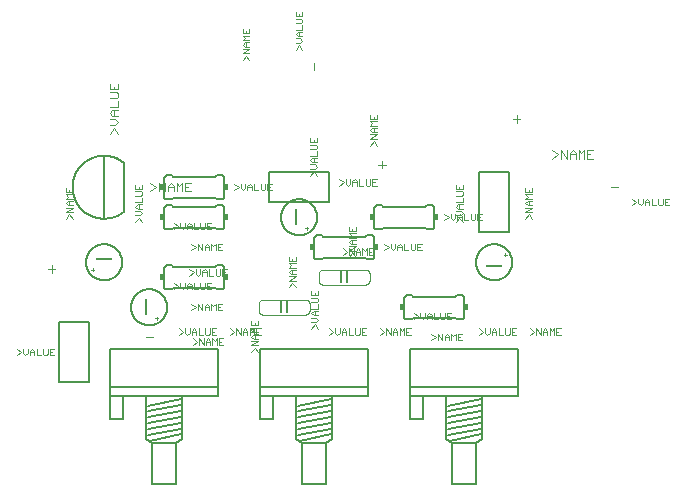
<source format=gto>
G75*
%MOIN*%
%OFA0B0*%
%FSLAX25Y25*%
%IPPOS*%
%LPD*%
%AMOC8*
5,1,8,0,0,1.08239X$1,22.5*
%
%ADD10C,0.00300*%
%ADD11C,0.00500*%
%ADD12C,0.00200*%
%ADD13R,0.05400X0.00900*%
%ADD14R,0.00900X0.05400*%
%ADD15C,0.00400*%
%ADD16R,0.01000X0.04000*%
%ADD17C,0.00600*%
%ADD18R,0.01500X0.02000*%
%ADD19C,0.00800*%
D10*
X0065072Y0050339D02*
X0067541Y0050339D01*
X0068615Y0056087D02*
X0068615Y0056587D01*
X0068115Y0056587D01*
X0068615Y0056587D02*
X0068615Y0057087D01*
X0068615Y0056587D02*
X0069115Y0056587D01*
X0047865Y0072837D02*
X0047365Y0072837D01*
X0046865Y0072837D01*
X0047365Y0072837D02*
X0047365Y0073337D01*
X0047365Y0072837D02*
X0047365Y0072337D01*
X0034848Y0073028D02*
X0032380Y0073028D01*
X0033614Y0071794D02*
X0033614Y0074262D01*
X0066418Y0098887D02*
X0068353Y0100338D01*
X0066418Y0101789D01*
X0069364Y0101789D02*
X0069364Y0098887D01*
X0071299Y0098887D02*
X0071299Y0101789D01*
X0072311Y0100822D02*
X0073278Y0101789D01*
X0074246Y0100822D01*
X0074246Y0098887D01*
X0075257Y0098887D02*
X0075257Y0101789D01*
X0076225Y0100822D01*
X0077192Y0101789D01*
X0077192Y0098887D01*
X0078204Y0098887D02*
X0080139Y0098887D01*
X0079171Y0100338D02*
X0078204Y0100338D01*
X0078204Y0101789D02*
X0078204Y0098887D01*
X0078204Y0101789D02*
X0080139Y0101789D01*
X0074246Y0100338D02*
X0072311Y0100338D01*
X0072311Y0100822D02*
X0072311Y0098887D01*
X0071299Y0098887D02*
X0069364Y0101789D01*
X0055815Y0118166D02*
X0054364Y0120101D01*
X0052913Y0118166D01*
X0052913Y0121113D02*
X0054848Y0121113D01*
X0055815Y0122080D01*
X0054848Y0123048D01*
X0052913Y0123048D01*
X0053880Y0124059D02*
X0052913Y0125027D01*
X0053880Y0125994D01*
X0055815Y0125994D01*
X0055815Y0127006D02*
X0055815Y0128941D01*
X0055332Y0129952D02*
X0055815Y0130436D01*
X0055815Y0131403D01*
X0055332Y0131887D01*
X0052913Y0131887D01*
X0052913Y0132899D02*
X0055815Y0132899D01*
X0055815Y0134834D01*
X0054364Y0133866D02*
X0054364Y0132899D01*
X0052913Y0132899D02*
X0052913Y0134834D01*
X0052913Y0129952D02*
X0055332Y0129952D01*
X0055815Y0127006D02*
X0052913Y0127006D01*
X0054364Y0125994D02*
X0054364Y0124059D01*
X0053880Y0124059D02*
X0055815Y0124059D01*
X0118115Y0086587D02*
X0118615Y0086587D01*
X0118615Y0086087D01*
X0118615Y0086587D02*
X0118615Y0087087D01*
X0118615Y0086587D02*
X0119115Y0086587D01*
X0143807Y0106604D02*
X0143807Y0109073D01*
X0142572Y0107839D02*
X0145041Y0107839D01*
X0187380Y0123028D02*
X0189848Y0123028D01*
X0188614Y0121794D02*
X0188614Y0124262D01*
X0200418Y0112749D02*
X0202353Y0111298D01*
X0200418Y0109847D01*
X0203364Y0109847D02*
X0203364Y0112749D01*
X0205299Y0109847D01*
X0205299Y0112749D01*
X0206311Y0111782D02*
X0207278Y0112749D01*
X0208246Y0111782D01*
X0208246Y0109847D01*
X0209257Y0109847D02*
X0209257Y0112749D01*
X0210225Y0111782D01*
X0211192Y0112749D01*
X0211192Y0109847D01*
X0212204Y0109847D02*
X0214139Y0109847D01*
X0213171Y0111298D02*
X0212204Y0111298D01*
X0212204Y0112749D02*
X0212204Y0109847D01*
X0212204Y0112749D02*
X0214139Y0112749D01*
X0208246Y0111298D02*
X0206311Y0111298D01*
X0206311Y0111782D02*
X0206311Y0109847D01*
X0220072Y0100339D02*
X0222541Y0100339D01*
X0185365Y0077837D02*
X0184865Y0077837D01*
X0184865Y0077337D01*
X0184865Y0077837D02*
X0184365Y0077837D01*
X0184865Y0077837D02*
X0184865Y0078337D01*
X0121114Y0139294D02*
X0121114Y0141762D01*
D11*
X0126115Y0105337D02*
X0106115Y0105337D01*
X0106115Y0095337D01*
X0126115Y0095337D01*
X0126115Y0105337D01*
X0110115Y0090337D02*
X0110117Y0090491D01*
X0110123Y0090646D01*
X0110133Y0090800D01*
X0110147Y0090954D01*
X0110165Y0091107D01*
X0110186Y0091260D01*
X0110212Y0091413D01*
X0110242Y0091564D01*
X0110275Y0091715D01*
X0110313Y0091865D01*
X0110354Y0092014D01*
X0110399Y0092162D01*
X0110448Y0092308D01*
X0110501Y0092454D01*
X0110557Y0092597D01*
X0110617Y0092740D01*
X0110681Y0092880D01*
X0110748Y0093020D01*
X0110819Y0093157D01*
X0110893Y0093292D01*
X0110971Y0093426D01*
X0111052Y0093557D01*
X0111137Y0093686D01*
X0111225Y0093814D01*
X0111316Y0093938D01*
X0111410Y0094061D01*
X0111508Y0094181D01*
X0111608Y0094298D01*
X0111712Y0094413D01*
X0111818Y0094525D01*
X0111927Y0094634D01*
X0112039Y0094740D01*
X0112154Y0094844D01*
X0112271Y0094944D01*
X0112391Y0095042D01*
X0112514Y0095136D01*
X0112638Y0095227D01*
X0112766Y0095315D01*
X0112895Y0095400D01*
X0113026Y0095481D01*
X0113160Y0095559D01*
X0113295Y0095633D01*
X0113432Y0095704D01*
X0113572Y0095771D01*
X0113712Y0095835D01*
X0113855Y0095895D01*
X0113998Y0095951D01*
X0114144Y0096004D01*
X0114290Y0096053D01*
X0114438Y0096098D01*
X0114587Y0096139D01*
X0114737Y0096177D01*
X0114888Y0096210D01*
X0115039Y0096240D01*
X0115192Y0096266D01*
X0115345Y0096287D01*
X0115498Y0096305D01*
X0115652Y0096319D01*
X0115806Y0096329D01*
X0115961Y0096335D01*
X0116115Y0096337D01*
X0116269Y0096335D01*
X0116424Y0096329D01*
X0116578Y0096319D01*
X0116732Y0096305D01*
X0116885Y0096287D01*
X0117038Y0096266D01*
X0117191Y0096240D01*
X0117342Y0096210D01*
X0117493Y0096177D01*
X0117643Y0096139D01*
X0117792Y0096098D01*
X0117940Y0096053D01*
X0118086Y0096004D01*
X0118232Y0095951D01*
X0118375Y0095895D01*
X0118518Y0095835D01*
X0118658Y0095771D01*
X0118798Y0095704D01*
X0118935Y0095633D01*
X0119070Y0095559D01*
X0119204Y0095481D01*
X0119335Y0095400D01*
X0119464Y0095315D01*
X0119592Y0095227D01*
X0119716Y0095136D01*
X0119839Y0095042D01*
X0119959Y0094944D01*
X0120076Y0094844D01*
X0120191Y0094740D01*
X0120303Y0094634D01*
X0120412Y0094525D01*
X0120518Y0094413D01*
X0120622Y0094298D01*
X0120722Y0094181D01*
X0120820Y0094061D01*
X0120914Y0093938D01*
X0121005Y0093814D01*
X0121093Y0093686D01*
X0121178Y0093557D01*
X0121259Y0093426D01*
X0121337Y0093292D01*
X0121411Y0093157D01*
X0121482Y0093020D01*
X0121549Y0092880D01*
X0121613Y0092740D01*
X0121673Y0092597D01*
X0121729Y0092454D01*
X0121782Y0092308D01*
X0121831Y0092162D01*
X0121876Y0092014D01*
X0121917Y0091865D01*
X0121955Y0091715D01*
X0121988Y0091564D01*
X0122018Y0091413D01*
X0122044Y0091260D01*
X0122065Y0091107D01*
X0122083Y0090954D01*
X0122097Y0090800D01*
X0122107Y0090646D01*
X0122113Y0090491D01*
X0122115Y0090337D01*
X0122113Y0090183D01*
X0122107Y0090028D01*
X0122097Y0089874D01*
X0122083Y0089720D01*
X0122065Y0089567D01*
X0122044Y0089414D01*
X0122018Y0089261D01*
X0121988Y0089110D01*
X0121955Y0088959D01*
X0121917Y0088809D01*
X0121876Y0088660D01*
X0121831Y0088512D01*
X0121782Y0088366D01*
X0121729Y0088220D01*
X0121673Y0088077D01*
X0121613Y0087934D01*
X0121549Y0087794D01*
X0121482Y0087654D01*
X0121411Y0087517D01*
X0121337Y0087382D01*
X0121259Y0087248D01*
X0121178Y0087117D01*
X0121093Y0086988D01*
X0121005Y0086860D01*
X0120914Y0086736D01*
X0120820Y0086613D01*
X0120722Y0086493D01*
X0120622Y0086376D01*
X0120518Y0086261D01*
X0120412Y0086149D01*
X0120303Y0086040D01*
X0120191Y0085934D01*
X0120076Y0085830D01*
X0119959Y0085730D01*
X0119839Y0085632D01*
X0119716Y0085538D01*
X0119592Y0085447D01*
X0119464Y0085359D01*
X0119335Y0085274D01*
X0119204Y0085193D01*
X0119070Y0085115D01*
X0118935Y0085041D01*
X0118798Y0084970D01*
X0118658Y0084903D01*
X0118518Y0084839D01*
X0118375Y0084779D01*
X0118232Y0084723D01*
X0118086Y0084670D01*
X0117940Y0084621D01*
X0117792Y0084576D01*
X0117643Y0084535D01*
X0117493Y0084497D01*
X0117342Y0084464D01*
X0117191Y0084434D01*
X0117038Y0084408D01*
X0116885Y0084387D01*
X0116732Y0084369D01*
X0116578Y0084355D01*
X0116424Y0084345D01*
X0116269Y0084339D01*
X0116115Y0084337D01*
X0115961Y0084339D01*
X0115806Y0084345D01*
X0115652Y0084355D01*
X0115498Y0084369D01*
X0115345Y0084387D01*
X0115192Y0084408D01*
X0115039Y0084434D01*
X0114888Y0084464D01*
X0114737Y0084497D01*
X0114587Y0084535D01*
X0114438Y0084576D01*
X0114290Y0084621D01*
X0114144Y0084670D01*
X0113998Y0084723D01*
X0113855Y0084779D01*
X0113712Y0084839D01*
X0113572Y0084903D01*
X0113432Y0084970D01*
X0113295Y0085041D01*
X0113160Y0085115D01*
X0113026Y0085193D01*
X0112895Y0085274D01*
X0112766Y0085359D01*
X0112638Y0085447D01*
X0112514Y0085538D01*
X0112391Y0085632D01*
X0112271Y0085730D01*
X0112154Y0085830D01*
X0112039Y0085934D01*
X0111927Y0086040D01*
X0111818Y0086149D01*
X0111712Y0086261D01*
X0111608Y0086376D01*
X0111508Y0086493D01*
X0111410Y0086613D01*
X0111316Y0086736D01*
X0111225Y0086860D01*
X0111137Y0086988D01*
X0111052Y0087117D01*
X0110971Y0087248D01*
X0110893Y0087382D01*
X0110819Y0087517D01*
X0110748Y0087654D01*
X0110681Y0087794D01*
X0110617Y0087934D01*
X0110557Y0088077D01*
X0110501Y0088220D01*
X0110448Y0088366D01*
X0110399Y0088512D01*
X0110354Y0088660D01*
X0110313Y0088809D01*
X0110275Y0088959D01*
X0110242Y0089110D01*
X0110212Y0089261D01*
X0110186Y0089414D01*
X0110165Y0089567D01*
X0110147Y0089720D01*
X0110133Y0089874D01*
X0110123Y0090028D01*
X0110117Y0090183D01*
X0110115Y0090337D01*
X0060115Y0060337D02*
X0060117Y0060491D01*
X0060123Y0060646D01*
X0060133Y0060800D01*
X0060147Y0060954D01*
X0060165Y0061107D01*
X0060186Y0061260D01*
X0060212Y0061413D01*
X0060242Y0061564D01*
X0060275Y0061715D01*
X0060313Y0061865D01*
X0060354Y0062014D01*
X0060399Y0062162D01*
X0060448Y0062308D01*
X0060501Y0062454D01*
X0060557Y0062597D01*
X0060617Y0062740D01*
X0060681Y0062880D01*
X0060748Y0063020D01*
X0060819Y0063157D01*
X0060893Y0063292D01*
X0060971Y0063426D01*
X0061052Y0063557D01*
X0061137Y0063686D01*
X0061225Y0063814D01*
X0061316Y0063938D01*
X0061410Y0064061D01*
X0061508Y0064181D01*
X0061608Y0064298D01*
X0061712Y0064413D01*
X0061818Y0064525D01*
X0061927Y0064634D01*
X0062039Y0064740D01*
X0062154Y0064844D01*
X0062271Y0064944D01*
X0062391Y0065042D01*
X0062514Y0065136D01*
X0062638Y0065227D01*
X0062766Y0065315D01*
X0062895Y0065400D01*
X0063026Y0065481D01*
X0063160Y0065559D01*
X0063295Y0065633D01*
X0063432Y0065704D01*
X0063572Y0065771D01*
X0063712Y0065835D01*
X0063855Y0065895D01*
X0063998Y0065951D01*
X0064144Y0066004D01*
X0064290Y0066053D01*
X0064438Y0066098D01*
X0064587Y0066139D01*
X0064737Y0066177D01*
X0064888Y0066210D01*
X0065039Y0066240D01*
X0065192Y0066266D01*
X0065345Y0066287D01*
X0065498Y0066305D01*
X0065652Y0066319D01*
X0065806Y0066329D01*
X0065961Y0066335D01*
X0066115Y0066337D01*
X0066269Y0066335D01*
X0066424Y0066329D01*
X0066578Y0066319D01*
X0066732Y0066305D01*
X0066885Y0066287D01*
X0067038Y0066266D01*
X0067191Y0066240D01*
X0067342Y0066210D01*
X0067493Y0066177D01*
X0067643Y0066139D01*
X0067792Y0066098D01*
X0067940Y0066053D01*
X0068086Y0066004D01*
X0068232Y0065951D01*
X0068375Y0065895D01*
X0068518Y0065835D01*
X0068658Y0065771D01*
X0068798Y0065704D01*
X0068935Y0065633D01*
X0069070Y0065559D01*
X0069204Y0065481D01*
X0069335Y0065400D01*
X0069464Y0065315D01*
X0069592Y0065227D01*
X0069716Y0065136D01*
X0069839Y0065042D01*
X0069959Y0064944D01*
X0070076Y0064844D01*
X0070191Y0064740D01*
X0070303Y0064634D01*
X0070412Y0064525D01*
X0070518Y0064413D01*
X0070622Y0064298D01*
X0070722Y0064181D01*
X0070820Y0064061D01*
X0070914Y0063938D01*
X0071005Y0063814D01*
X0071093Y0063686D01*
X0071178Y0063557D01*
X0071259Y0063426D01*
X0071337Y0063292D01*
X0071411Y0063157D01*
X0071482Y0063020D01*
X0071549Y0062880D01*
X0071613Y0062740D01*
X0071673Y0062597D01*
X0071729Y0062454D01*
X0071782Y0062308D01*
X0071831Y0062162D01*
X0071876Y0062014D01*
X0071917Y0061865D01*
X0071955Y0061715D01*
X0071988Y0061564D01*
X0072018Y0061413D01*
X0072044Y0061260D01*
X0072065Y0061107D01*
X0072083Y0060954D01*
X0072097Y0060800D01*
X0072107Y0060646D01*
X0072113Y0060491D01*
X0072115Y0060337D01*
X0072113Y0060183D01*
X0072107Y0060028D01*
X0072097Y0059874D01*
X0072083Y0059720D01*
X0072065Y0059567D01*
X0072044Y0059414D01*
X0072018Y0059261D01*
X0071988Y0059110D01*
X0071955Y0058959D01*
X0071917Y0058809D01*
X0071876Y0058660D01*
X0071831Y0058512D01*
X0071782Y0058366D01*
X0071729Y0058220D01*
X0071673Y0058077D01*
X0071613Y0057934D01*
X0071549Y0057794D01*
X0071482Y0057654D01*
X0071411Y0057517D01*
X0071337Y0057382D01*
X0071259Y0057248D01*
X0071178Y0057117D01*
X0071093Y0056988D01*
X0071005Y0056860D01*
X0070914Y0056736D01*
X0070820Y0056613D01*
X0070722Y0056493D01*
X0070622Y0056376D01*
X0070518Y0056261D01*
X0070412Y0056149D01*
X0070303Y0056040D01*
X0070191Y0055934D01*
X0070076Y0055830D01*
X0069959Y0055730D01*
X0069839Y0055632D01*
X0069716Y0055538D01*
X0069592Y0055447D01*
X0069464Y0055359D01*
X0069335Y0055274D01*
X0069204Y0055193D01*
X0069070Y0055115D01*
X0068935Y0055041D01*
X0068798Y0054970D01*
X0068658Y0054903D01*
X0068518Y0054839D01*
X0068375Y0054779D01*
X0068232Y0054723D01*
X0068086Y0054670D01*
X0067940Y0054621D01*
X0067792Y0054576D01*
X0067643Y0054535D01*
X0067493Y0054497D01*
X0067342Y0054464D01*
X0067191Y0054434D01*
X0067038Y0054408D01*
X0066885Y0054387D01*
X0066732Y0054369D01*
X0066578Y0054355D01*
X0066424Y0054345D01*
X0066269Y0054339D01*
X0066115Y0054337D01*
X0065961Y0054339D01*
X0065806Y0054345D01*
X0065652Y0054355D01*
X0065498Y0054369D01*
X0065345Y0054387D01*
X0065192Y0054408D01*
X0065039Y0054434D01*
X0064888Y0054464D01*
X0064737Y0054497D01*
X0064587Y0054535D01*
X0064438Y0054576D01*
X0064290Y0054621D01*
X0064144Y0054670D01*
X0063998Y0054723D01*
X0063855Y0054779D01*
X0063712Y0054839D01*
X0063572Y0054903D01*
X0063432Y0054970D01*
X0063295Y0055041D01*
X0063160Y0055115D01*
X0063026Y0055193D01*
X0062895Y0055274D01*
X0062766Y0055359D01*
X0062638Y0055447D01*
X0062514Y0055538D01*
X0062391Y0055632D01*
X0062271Y0055730D01*
X0062154Y0055830D01*
X0062039Y0055934D01*
X0061927Y0056040D01*
X0061818Y0056149D01*
X0061712Y0056261D01*
X0061608Y0056376D01*
X0061508Y0056493D01*
X0061410Y0056613D01*
X0061316Y0056736D01*
X0061225Y0056860D01*
X0061137Y0056988D01*
X0061052Y0057117D01*
X0060971Y0057248D01*
X0060893Y0057382D01*
X0060819Y0057517D01*
X0060748Y0057654D01*
X0060681Y0057794D01*
X0060617Y0057934D01*
X0060557Y0058077D01*
X0060501Y0058220D01*
X0060448Y0058366D01*
X0060399Y0058512D01*
X0060354Y0058660D01*
X0060313Y0058809D01*
X0060275Y0058959D01*
X0060242Y0059110D01*
X0060212Y0059261D01*
X0060186Y0059414D01*
X0060165Y0059567D01*
X0060147Y0059720D01*
X0060133Y0059874D01*
X0060123Y0060028D01*
X0060117Y0060183D01*
X0060115Y0060337D01*
X0046115Y0055337D02*
X0046115Y0035337D01*
X0036115Y0035337D01*
X0036115Y0055337D01*
X0046115Y0055337D01*
X0045115Y0075337D02*
X0045117Y0075491D01*
X0045123Y0075646D01*
X0045133Y0075800D01*
X0045147Y0075954D01*
X0045165Y0076107D01*
X0045186Y0076260D01*
X0045212Y0076413D01*
X0045242Y0076564D01*
X0045275Y0076715D01*
X0045313Y0076865D01*
X0045354Y0077014D01*
X0045399Y0077162D01*
X0045448Y0077308D01*
X0045501Y0077454D01*
X0045557Y0077597D01*
X0045617Y0077740D01*
X0045681Y0077880D01*
X0045748Y0078020D01*
X0045819Y0078157D01*
X0045893Y0078292D01*
X0045971Y0078426D01*
X0046052Y0078557D01*
X0046137Y0078686D01*
X0046225Y0078814D01*
X0046316Y0078938D01*
X0046410Y0079061D01*
X0046508Y0079181D01*
X0046608Y0079298D01*
X0046712Y0079413D01*
X0046818Y0079525D01*
X0046927Y0079634D01*
X0047039Y0079740D01*
X0047154Y0079844D01*
X0047271Y0079944D01*
X0047391Y0080042D01*
X0047514Y0080136D01*
X0047638Y0080227D01*
X0047766Y0080315D01*
X0047895Y0080400D01*
X0048026Y0080481D01*
X0048160Y0080559D01*
X0048295Y0080633D01*
X0048432Y0080704D01*
X0048572Y0080771D01*
X0048712Y0080835D01*
X0048855Y0080895D01*
X0048998Y0080951D01*
X0049144Y0081004D01*
X0049290Y0081053D01*
X0049438Y0081098D01*
X0049587Y0081139D01*
X0049737Y0081177D01*
X0049888Y0081210D01*
X0050039Y0081240D01*
X0050192Y0081266D01*
X0050345Y0081287D01*
X0050498Y0081305D01*
X0050652Y0081319D01*
X0050806Y0081329D01*
X0050961Y0081335D01*
X0051115Y0081337D01*
X0051269Y0081335D01*
X0051424Y0081329D01*
X0051578Y0081319D01*
X0051732Y0081305D01*
X0051885Y0081287D01*
X0052038Y0081266D01*
X0052191Y0081240D01*
X0052342Y0081210D01*
X0052493Y0081177D01*
X0052643Y0081139D01*
X0052792Y0081098D01*
X0052940Y0081053D01*
X0053086Y0081004D01*
X0053232Y0080951D01*
X0053375Y0080895D01*
X0053518Y0080835D01*
X0053658Y0080771D01*
X0053798Y0080704D01*
X0053935Y0080633D01*
X0054070Y0080559D01*
X0054204Y0080481D01*
X0054335Y0080400D01*
X0054464Y0080315D01*
X0054592Y0080227D01*
X0054716Y0080136D01*
X0054839Y0080042D01*
X0054959Y0079944D01*
X0055076Y0079844D01*
X0055191Y0079740D01*
X0055303Y0079634D01*
X0055412Y0079525D01*
X0055518Y0079413D01*
X0055622Y0079298D01*
X0055722Y0079181D01*
X0055820Y0079061D01*
X0055914Y0078938D01*
X0056005Y0078814D01*
X0056093Y0078686D01*
X0056178Y0078557D01*
X0056259Y0078426D01*
X0056337Y0078292D01*
X0056411Y0078157D01*
X0056482Y0078020D01*
X0056549Y0077880D01*
X0056613Y0077740D01*
X0056673Y0077597D01*
X0056729Y0077454D01*
X0056782Y0077308D01*
X0056831Y0077162D01*
X0056876Y0077014D01*
X0056917Y0076865D01*
X0056955Y0076715D01*
X0056988Y0076564D01*
X0057018Y0076413D01*
X0057044Y0076260D01*
X0057065Y0076107D01*
X0057083Y0075954D01*
X0057097Y0075800D01*
X0057107Y0075646D01*
X0057113Y0075491D01*
X0057115Y0075337D01*
X0057113Y0075183D01*
X0057107Y0075028D01*
X0057097Y0074874D01*
X0057083Y0074720D01*
X0057065Y0074567D01*
X0057044Y0074414D01*
X0057018Y0074261D01*
X0056988Y0074110D01*
X0056955Y0073959D01*
X0056917Y0073809D01*
X0056876Y0073660D01*
X0056831Y0073512D01*
X0056782Y0073366D01*
X0056729Y0073220D01*
X0056673Y0073077D01*
X0056613Y0072934D01*
X0056549Y0072794D01*
X0056482Y0072654D01*
X0056411Y0072517D01*
X0056337Y0072382D01*
X0056259Y0072248D01*
X0056178Y0072117D01*
X0056093Y0071988D01*
X0056005Y0071860D01*
X0055914Y0071736D01*
X0055820Y0071613D01*
X0055722Y0071493D01*
X0055622Y0071376D01*
X0055518Y0071261D01*
X0055412Y0071149D01*
X0055303Y0071040D01*
X0055191Y0070934D01*
X0055076Y0070830D01*
X0054959Y0070730D01*
X0054839Y0070632D01*
X0054716Y0070538D01*
X0054592Y0070447D01*
X0054464Y0070359D01*
X0054335Y0070274D01*
X0054204Y0070193D01*
X0054070Y0070115D01*
X0053935Y0070041D01*
X0053798Y0069970D01*
X0053658Y0069903D01*
X0053518Y0069839D01*
X0053375Y0069779D01*
X0053232Y0069723D01*
X0053086Y0069670D01*
X0052940Y0069621D01*
X0052792Y0069576D01*
X0052643Y0069535D01*
X0052493Y0069497D01*
X0052342Y0069464D01*
X0052191Y0069434D01*
X0052038Y0069408D01*
X0051885Y0069387D01*
X0051732Y0069369D01*
X0051578Y0069355D01*
X0051424Y0069345D01*
X0051269Y0069339D01*
X0051115Y0069337D01*
X0050961Y0069339D01*
X0050806Y0069345D01*
X0050652Y0069355D01*
X0050498Y0069369D01*
X0050345Y0069387D01*
X0050192Y0069408D01*
X0050039Y0069434D01*
X0049888Y0069464D01*
X0049737Y0069497D01*
X0049587Y0069535D01*
X0049438Y0069576D01*
X0049290Y0069621D01*
X0049144Y0069670D01*
X0048998Y0069723D01*
X0048855Y0069779D01*
X0048712Y0069839D01*
X0048572Y0069903D01*
X0048432Y0069970D01*
X0048295Y0070041D01*
X0048160Y0070115D01*
X0048026Y0070193D01*
X0047895Y0070274D01*
X0047766Y0070359D01*
X0047638Y0070447D01*
X0047514Y0070538D01*
X0047391Y0070632D01*
X0047271Y0070730D01*
X0047154Y0070830D01*
X0047039Y0070934D01*
X0046927Y0071040D01*
X0046818Y0071149D01*
X0046712Y0071261D01*
X0046608Y0071376D01*
X0046508Y0071493D01*
X0046410Y0071613D01*
X0046316Y0071736D01*
X0046225Y0071860D01*
X0046137Y0071988D01*
X0046052Y0072117D01*
X0045971Y0072248D01*
X0045893Y0072382D01*
X0045819Y0072517D01*
X0045748Y0072654D01*
X0045681Y0072794D01*
X0045617Y0072934D01*
X0045557Y0073077D01*
X0045501Y0073220D01*
X0045448Y0073366D01*
X0045399Y0073512D01*
X0045354Y0073660D01*
X0045313Y0073809D01*
X0045275Y0073959D01*
X0045242Y0074110D01*
X0045212Y0074261D01*
X0045186Y0074414D01*
X0045165Y0074567D01*
X0045147Y0074720D01*
X0045133Y0074874D01*
X0045123Y0075028D01*
X0045117Y0075183D01*
X0045115Y0075337D01*
X0051115Y0089849D02*
X0051115Y0110825D01*
X0057615Y0108585D02*
X0057615Y0092089D01*
X0055587Y0109837D02*
X0055322Y0109950D01*
X0055054Y0110056D01*
X0054784Y0110155D01*
X0054511Y0110248D01*
X0054236Y0110334D01*
X0053959Y0110413D01*
X0053681Y0110486D01*
X0053400Y0110551D01*
X0053118Y0110610D01*
X0052835Y0110662D01*
X0052550Y0110707D01*
X0052264Y0110744D01*
X0051978Y0110775D01*
X0051691Y0110799D01*
X0051403Y0110816D01*
X0051115Y0110825D01*
X0055587Y0090837D02*
X0055322Y0090724D01*
X0055054Y0090618D01*
X0054784Y0090519D01*
X0054511Y0090426D01*
X0054236Y0090340D01*
X0053959Y0090261D01*
X0053681Y0090188D01*
X0053400Y0090123D01*
X0053118Y0090064D01*
X0052835Y0090012D01*
X0052550Y0089967D01*
X0052264Y0089930D01*
X0051978Y0089899D01*
X0051691Y0089875D01*
X0051403Y0089858D01*
X0051115Y0089849D01*
X0051116Y0089849D02*
X0050884Y0089846D01*
X0050653Y0089848D01*
X0050422Y0089856D01*
X0050191Y0089870D01*
X0049961Y0089889D01*
X0049731Y0089914D01*
X0049502Y0089945D01*
X0049273Y0089981D01*
X0049046Y0090022D01*
X0048819Y0090069D01*
X0048594Y0090122D01*
X0048370Y0090180D01*
X0048148Y0090244D01*
X0047927Y0090313D01*
X0047708Y0090387D01*
X0047491Y0090467D01*
X0047276Y0090552D01*
X0047063Y0090642D01*
X0046852Y0090737D01*
X0046644Y0090837D01*
X0055587Y0090835D02*
X0055802Y0090939D01*
X0056015Y0091048D01*
X0056225Y0091162D01*
X0056432Y0091281D01*
X0056637Y0091404D01*
X0056839Y0091532D01*
X0057038Y0091665D01*
X0057233Y0091802D01*
X0057426Y0091943D01*
X0057615Y0092089D01*
X0046644Y0090837D02*
X0046414Y0090949D01*
X0046187Y0091066D01*
X0045963Y0091188D01*
X0045742Y0091316D01*
X0045525Y0091450D01*
X0045310Y0091588D01*
X0045099Y0091732D01*
X0044892Y0091881D01*
X0044688Y0092035D01*
X0044488Y0092193D01*
X0044292Y0092357D01*
X0044100Y0092525D01*
X0043912Y0092698D01*
X0043728Y0092876D01*
X0043549Y0093057D01*
X0043374Y0093244D01*
X0043204Y0093434D01*
X0043039Y0093628D01*
X0042878Y0093827D01*
X0042722Y0094029D01*
X0042571Y0094235D01*
X0042425Y0094445D01*
X0042285Y0094658D01*
X0042149Y0094874D01*
X0042019Y0095094D01*
X0041894Y0095317D01*
X0041775Y0095542D01*
X0041661Y0095771D01*
X0041553Y0096002D01*
X0041450Y0096236D01*
X0041353Y0096472D01*
X0041262Y0096711D01*
X0041177Y0096951D01*
X0041097Y0097194D01*
X0041024Y0097439D01*
X0040956Y0097685D01*
X0040895Y0097933D01*
X0040840Y0098182D01*
X0040790Y0098432D01*
X0040747Y0098684D01*
X0040710Y0098937D01*
X0040679Y0099190D01*
X0040654Y0099444D01*
X0040635Y0099699D01*
X0040623Y0099954D01*
X0040617Y0100209D01*
X0040617Y0100465D01*
X0040623Y0100720D01*
X0040635Y0100975D01*
X0040654Y0101230D01*
X0040679Y0101484D01*
X0040710Y0101737D01*
X0040747Y0101990D01*
X0040790Y0102242D01*
X0040840Y0102492D01*
X0040895Y0102741D01*
X0040956Y0102989D01*
X0041024Y0103235D01*
X0041097Y0103480D01*
X0041177Y0103723D01*
X0041262Y0103963D01*
X0041353Y0104202D01*
X0041450Y0104438D01*
X0041553Y0104672D01*
X0041661Y0104903D01*
X0041775Y0105132D01*
X0041894Y0105357D01*
X0042019Y0105580D01*
X0042149Y0105800D01*
X0042285Y0106016D01*
X0042425Y0106229D01*
X0042571Y0106439D01*
X0042722Y0106645D01*
X0042878Y0106847D01*
X0043039Y0107046D01*
X0043204Y0107240D01*
X0043374Y0107430D01*
X0043549Y0107617D01*
X0043728Y0107798D01*
X0043912Y0107976D01*
X0044100Y0108149D01*
X0044292Y0108317D01*
X0044488Y0108481D01*
X0044688Y0108639D01*
X0044892Y0108793D01*
X0045099Y0108942D01*
X0045310Y0109086D01*
X0045525Y0109224D01*
X0045742Y0109358D01*
X0045963Y0109486D01*
X0046187Y0109608D01*
X0046414Y0109725D01*
X0046644Y0109837D01*
X0046852Y0109937D01*
X0047063Y0110032D01*
X0047276Y0110122D01*
X0047491Y0110207D01*
X0047708Y0110287D01*
X0047927Y0110361D01*
X0048148Y0110430D01*
X0048370Y0110494D01*
X0048594Y0110552D01*
X0048819Y0110605D01*
X0049046Y0110652D01*
X0049273Y0110693D01*
X0049502Y0110729D01*
X0049731Y0110760D01*
X0049961Y0110785D01*
X0050191Y0110804D01*
X0050422Y0110818D01*
X0050653Y0110826D01*
X0050884Y0110828D01*
X0051116Y0110825D01*
X0055493Y0109883D02*
X0055718Y0109776D01*
X0055941Y0109664D01*
X0056161Y0109547D01*
X0056378Y0109425D01*
X0056593Y0109297D01*
X0056804Y0109164D01*
X0057012Y0109027D01*
X0057216Y0108884D01*
X0057418Y0108737D01*
X0057615Y0108585D01*
X0176115Y0105337D02*
X0176115Y0085337D01*
X0186115Y0085337D01*
X0186115Y0105337D01*
X0176115Y0105337D01*
X0175115Y0075337D02*
X0175117Y0075491D01*
X0175123Y0075646D01*
X0175133Y0075800D01*
X0175147Y0075954D01*
X0175165Y0076107D01*
X0175186Y0076260D01*
X0175212Y0076413D01*
X0175242Y0076564D01*
X0175275Y0076715D01*
X0175313Y0076865D01*
X0175354Y0077014D01*
X0175399Y0077162D01*
X0175448Y0077308D01*
X0175501Y0077454D01*
X0175557Y0077597D01*
X0175617Y0077740D01*
X0175681Y0077880D01*
X0175748Y0078020D01*
X0175819Y0078157D01*
X0175893Y0078292D01*
X0175971Y0078426D01*
X0176052Y0078557D01*
X0176137Y0078686D01*
X0176225Y0078814D01*
X0176316Y0078938D01*
X0176410Y0079061D01*
X0176508Y0079181D01*
X0176608Y0079298D01*
X0176712Y0079413D01*
X0176818Y0079525D01*
X0176927Y0079634D01*
X0177039Y0079740D01*
X0177154Y0079844D01*
X0177271Y0079944D01*
X0177391Y0080042D01*
X0177514Y0080136D01*
X0177638Y0080227D01*
X0177766Y0080315D01*
X0177895Y0080400D01*
X0178026Y0080481D01*
X0178160Y0080559D01*
X0178295Y0080633D01*
X0178432Y0080704D01*
X0178572Y0080771D01*
X0178712Y0080835D01*
X0178855Y0080895D01*
X0178998Y0080951D01*
X0179144Y0081004D01*
X0179290Y0081053D01*
X0179438Y0081098D01*
X0179587Y0081139D01*
X0179737Y0081177D01*
X0179888Y0081210D01*
X0180039Y0081240D01*
X0180192Y0081266D01*
X0180345Y0081287D01*
X0180498Y0081305D01*
X0180652Y0081319D01*
X0180806Y0081329D01*
X0180961Y0081335D01*
X0181115Y0081337D01*
X0181269Y0081335D01*
X0181424Y0081329D01*
X0181578Y0081319D01*
X0181732Y0081305D01*
X0181885Y0081287D01*
X0182038Y0081266D01*
X0182191Y0081240D01*
X0182342Y0081210D01*
X0182493Y0081177D01*
X0182643Y0081139D01*
X0182792Y0081098D01*
X0182940Y0081053D01*
X0183086Y0081004D01*
X0183232Y0080951D01*
X0183375Y0080895D01*
X0183518Y0080835D01*
X0183658Y0080771D01*
X0183798Y0080704D01*
X0183935Y0080633D01*
X0184070Y0080559D01*
X0184204Y0080481D01*
X0184335Y0080400D01*
X0184464Y0080315D01*
X0184592Y0080227D01*
X0184716Y0080136D01*
X0184839Y0080042D01*
X0184959Y0079944D01*
X0185076Y0079844D01*
X0185191Y0079740D01*
X0185303Y0079634D01*
X0185412Y0079525D01*
X0185518Y0079413D01*
X0185622Y0079298D01*
X0185722Y0079181D01*
X0185820Y0079061D01*
X0185914Y0078938D01*
X0186005Y0078814D01*
X0186093Y0078686D01*
X0186178Y0078557D01*
X0186259Y0078426D01*
X0186337Y0078292D01*
X0186411Y0078157D01*
X0186482Y0078020D01*
X0186549Y0077880D01*
X0186613Y0077740D01*
X0186673Y0077597D01*
X0186729Y0077454D01*
X0186782Y0077308D01*
X0186831Y0077162D01*
X0186876Y0077014D01*
X0186917Y0076865D01*
X0186955Y0076715D01*
X0186988Y0076564D01*
X0187018Y0076413D01*
X0187044Y0076260D01*
X0187065Y0076107D01*
X0187083Y0075954D01*
X0187097Y0075800D01*
X0187107Y0075646D01*
X0187113Y0075491D01*
X0187115Y0075337D01*
X0187113Y0075183D01*
X0187107Y0075028D01*
X0187097Y0074874D01*
X0187083Y0074720D01*
X0187065Y0074567D01*
X0187044Y0074414D01*
X0187018Y0074261D01*
X0186988Y0074110D01*
X0186955Y0073959D01*
X0186917Y0073809D01*
X0186876Y0073660D01*
X0186831Y0073512D01*
X0186782Y0073366D01*
X0186729Y0073220D01*
X0186673Y0073077D01*
X0186613Y0072934D01*
X0186549Y0072794D01*
X0186482Y0072654D01*
X0186411Y0072517D01*
X0186337Y0072382D01*
X0186259Y0072248D01*
X0186178Y0072117D01*
X0186093Y0071988D01*
X0186005Y0071860D01*
X0185914Y0071736D01*
X0185820Y0071613D01*
X0185722Y0071493D01*
X0185622Y0071376D01*
X0185518Y0071261D01*
X0185412Y0071149D01*
X0185303Y0071040D01*
X0185191Y0070934D01*
X0185076Y0070830D01*
X0184959Y0070730D01*
X0184839Y0070632D01*
X0184716Y0070538D01*
X0184592Y0070447D01*
X0184464Y0070359D01*
X0184335Y0070274D01*
X0184204Y0070193D01*
X0184070Y0070115D01*
X0183935Y0070041D01*
X0183798Y0069970D01*
X0183658Y0069903D01*
X0183518Y0069839D01*
X0183375Y0069779D01*
X0183232Y0069723D01*
X0183086Y0069670D01*
X0182940Y0069621D01*
X0182792Y0069576D01*
X0182643Y0069535D01*
X0182493Y0069497D01*
X0182342Y0069464D01*
X0182191Y0069434D01*
X0182038Y0069408D01*
X0181885Y0069387D01*
X0181732Y0069369D01*
X0181578Y0069355D01*
X0181424Y0069345D01*
X0181269Y0069339D01*
X0181115Y0069337D01*
X0180961Y0069339D01*
X0180806Y0069345D01*
X0180652Y0069355D01*
X0180498Y0069369D01*
X0180345Y0069387D01*
X0180192Y0069408D01*
X0180039Y0069434D01*
X0179888Y0069464D01*
X0179737Y0069497D01*
X0179587Y0069535D01*
X0179438Y0069576D01*
X0179290Y0069621D01*
X0179144Y0069670D01*
X0178998Y0069723D01*
X0178855Y0069779D01*
X0178712Y0069839D01*
X0178572Y0069903D01*
X0178432Y0069970D01*
X0178295Y0070041D01*
X0178160Y0070115D01*
X0178026Y0070193D01*
X0177895Y0070274D01*
X0177766Y0070359D01*
X0177638Y0070447D01*
X0177514Y0070538D01*
X0177391Y0070632D01*
X0177271Y0070730D01*
X0177154Y0070830D01*
X0177039Y0070934D01*
X0176927Y0071040D01*
X0176818Y0071149D01*
X0176712Y0071261D01*
X0176608Y0071376D01*
X0176508Y0071493D01*
X0176410Y0071613D01*
X0176316Y0071736D01*
X0176225Y0071860D01*
X0176137Y0071988D01*
X0176052Y0072117D01*
X0175971Y0072248D01*
X0175893Y0072382D01*
X0175819Y0072517D01*
X0175748Y0072654D01*
X0175681Y0072794D01*
X0175617Y0072934D01*
X0175557Y0073077D01*
X0175501Y0073220D01*
X0175448Y0073366D01*
X0175399Y0073512D01*
X0175354Y0073660D01*
X0175313Y0073809D01*
X0175275Y0073959D01*
X0175242Y0074110D01*
X0175212Y0074261D01*
X0175186Y0074414D01*
X0175165Y0074567D01*
X0175147Y0074720D01*
X0175133Y0074874D01*
X0175123Y0075028D01*
X0175117Y0075183D01*
X0175115Y0075337D01*
D12*
X0156992Y0079237D02*
X0155524Y0079237D01*
X0155524Y0081439D01*
X0156992Y0081439D01*
X0156258Y0080338D02*
X0155524Y0080338D01*
X0154782Y0079604D02*
X0154782Y0081439D01*
X0153314Y0081439D02*
X0153314Y0079604D01*
X0153681Y0079237D01*
X0154415Y0079237D01*
X0154782Y0079604D01*
X0152572Y0079237D02*
X0151104Y0079237D01*
X0151104Y0081439D01*
X0150362Y0080705D02*
X0150362Y0079237D01*
X0150362Y0080338D02*
X0148894Y0080338D01*
X0148894Y0080705D02*
X0148894Y0079237D01*
X0148152Y0079971D02*
X0148152Y0081439D01*
X0148894Y0080705D02*
X0149628Y0081439D01*
X0150362Y0080705D01*
X0148152Y0079971D02*
X0147418Y0079237D01*
X0146685Y0079971D01*
X0146685Y0081439D01*
X0145943Y0080338D02*
X0144475Y0079237D01*
X0145943Y0080338D02*
X0144475Y0081439D01*
X0140887Y0079889D02*
X0139419Y0079889D01*
X0139419Y0077687D01*
X0140887Y0077687D01*
X0140153Y0078788D02*
X0139419Y0078788D01*
X0138677Y0079889D02*
X0137943Y0079155D01*
X0137209Y0079889D01*
X0137209Y0077687D01*
X0136467Y0077687D02*
X0136467Y0079155D01*
X0135733Y0079889D01*
X0134999Y0079155D01*
X0134999Y0077687D01*
X0134257Y0077687D02*
X0134257Y0079889D01*
X0134915Y0080565D02*
X0132714Y0080565D01*
X0132789Y0079889D02*
X0134257Y0077687D01*
X0133815Y0078355D02*
X0134915Y0076887D01*
X0133815Y0078355D02*
X0132714Y0076887D01*
X0132789Y0077687D02*
X0132789Y0079889D01*
X0132714Y0079097D02*
X0134915Y0080565D01*
X0134915Y0081307D02*
X0133448Y0081307D01*
X0132714Y0082041D01*
X0133448Y0082775D01*
X0134915Y0082775D01*
X0134915Y0083517D02*
X0132714Y0083517D01*
X0133448Y0084251D01*
X0132714Y0084985D01*
X0134915Y0084985D01*
X0134915Y0085727D02*
X0134915Y0087195D01*
X0133815Y0086461D02*
X0133815Y0085727D01*
X0134915Y0085727D02*
X0132714Y0085727D01*
X0132714Y0087195D01*
X0133815Y0082775D02*
X0133815Y0081307D01*
X0134915Y0079097D02*
X0132714Y0079097D01*
X0132048Y0078788D02*
X0130580Y0077687D01*
X0132048Y0078788D02*
X0130580Y0079889D01*
X0134999Y0078788D02*
X0136467Y0078788D01*
X0138677Y0079889D02*
X0138677Y0077687D01*
X0122415Y0065695D02*
X0122415Y0064227D01*
X0120214Y0064227D01*
X0120214Y0065695D01*
X0121315Y0064961D02*
X0121315Y0064227D01*
X0122048Y0063485D02*
X0120214Y0063485D01*
X0120214Y0062017D02*
X0122048Y0062017D01*
X0122415Y0062384D01*
X0122415Y0063118D01*
X0122048Y0063485D01*
X0122415Y0061275D02*
X0122415Y0059807D01*
X0120214Y0059807D01*
X0120948Y0059065D02*
X0122415Y0059065D01*
X0121315Y0059065D02*
X0121315Y0057597D01*
X0120948Y0057597D02*
X0120214Y0058331D01*
X0120948Y0059065D01*
X0120948Y0057597D02*
X0122415Y0057597D01*
X0121682Y0056855D02*
X0122415Y0056121D01*
X0121682Y0055387D01*
X0120214Y0055387D01*
X0121315Y0054645D02*
X0122415Y0053178D01*
X0121315Y0054645D02*
X0120214Y0053178D01*
X0125956Y0053239D02*
X0127424Y0052138D01*
X0125956Y0051037D01*
X0128166Y0051771D02*
X0128166Y0053239D01*
X0129634Y0053239D02*
X0129634Y0051771D01*
X0128900Y0051037D01*
X0128166Y0051771D01*
X0130376Y0052138D02*
X0131844Y0052138D01*
X0131844Y0052505D02*
X0131844Y0051037D01*
X0132586Y0051037D02*
X0134054Y0051037D01*
X0134795Y0051404D02*
X0135162Y0051037D01*
X0135896Y0051037D01*
X0136263Y0051404D01*
X0136263Y0053239D01*
X0137005Y0053239D02*
X0137005Y0051037D01*
X0138473Y0051037D01*
X0137739Y0052138D02*
X0137005Y0052138D01*
X0137005Y0053239D02*
X0138473Y0053239D01*
X0134795Y0053239D02*
X0134795Y0051404D01*
X0132586Y0051037D02*
X0132586Y0053239D01*
X0131844Y0052505D02*
X0131110Y0053239D01*
X0130376Y0052505D01*
X0130376Y0051037D01*
X0121682Y0056855D02*
X0120214Y0056855D01*
X0114915Y0066887D02*
X0113815Y0068355D01*
X0112714Y0066887D01*
X0112714Y0069097D02*
X0114915Y0070565D01*
X0112714Y0070565D01*
X0113448Y0071307D02*
X0112714Y0072041D01*
X0113448Y0072775D01*
X0114915Y0072775D01*
X0114915Y0073517D02*
X0112714Y0073517D01*
X0113448Y0074251D01*
X0112714Y0074985D01*
X0114915Y0074985D01*
X0114915Y0075727D02*
X0114915Y0077195D01*
X0113815Y0076461D02*
X0113815Y0075727D01*
X0114915Y0075727D02*
X0112714Y0075727D01*
X0112714Y0077195D01*
X0113815Y0072775D02*
X0113815Y0071307D01*
X0113448Y0071307D02*
X0114915Y0071307D01*
X0114915Y0069097D02*
X0112714Y0069097D01*
X0102415Y0055695D02*
X0102415Y0054227D01*
X0100214Y0054227D01*
X0100214Y0055695D01*
X0101315Y0054961D02*
X0101315Y0054227D01*
X0101091Y0053239D02*
X0101091Y0051037D01*
X0100948Y0051275D02*
X0102415Y0051275D01*
X0101833Y0051037D02*
X0103301Y0051037D01*
X0102415Y0052017D02*
X0100214Y0052017D01*
X0100948Y0052751D01*
X0100214Y0053485D01*
X0102415Y0053485D01*
X0101833Y0053239D02*
X0103301Y0053239D01*
X0102567Y0052138D02*
X0101833Y0052138D01*
X0101315Y0051275D02*
X0101315Y0049807D01*
X0100948Y0049807D02*
X0100214Y0050541D01*
X0100948Y0051275D01*
X0101833Y0051037D02*
X0101833Y0053239D01*
X0101091Y0053239D02*
X0100357Y0052505D01*
X0099623Y0053239D01*
X0099623Y0051037D01*
X0098881Y0051037D02*
X0098881Y0052505D01*
X0098147Y0053239D01*
X0097413Y0052505D01*
X0097413Y0051037D01*
X0096671Y0051037D02*
X0096671Y0053239D01*
X0097413Y0052138D02*
X0098881Y0052138D01*
X0096671Y0051037D02*
X0095203Y0053239D01*
X0095203Y0051037D01*
X0094461Y0052138D02*
X0092993Y0051037D01*
X0094461Y0052138D02*
X0092993Y0053239D01*
X0090887Y0049889D02*
X0089419Y0049889D01*
X0089419Y0047687D01*
X0090887Y0047687D01*
X0090153Y0048788D02*
X0089419Y0048788D01*
X0088677Y0049889D02*
X0088677Y0047687D01*
X0087209Y0047687D02*
X0087209Y0049889D01*
X0087943Y0049155D01*
X0088677Y0049889D01*
X0088473Y0051037D02*
X0087005Y0051037D01*
X0087005Y0053239D01*
X0088473Y0053239D01*
X0087739Y0052138D02*
X0087005Y0052138D01*
X0086263Y0051404D02*
X0086263Y0053239D01*
X0084795Y0053239D02*
X0084795Y0051404D01*
X0085162Y0051037D01*
X0085896Y0051037D01*
X0086263Y0051404D01*
X0085733Y0049889D02*
X0086467Y0049155D01*
X0086467Y0047687D01*
X0086467Y0048788D02*
X0084999Y0048788D01*
X0084999Y0049155D02*
X0085733Y0049889D01*
X0084999Y0049155D02*
X0084999Y0047687D01*
X0084257Y0047687D02*
X0084257Y0049889D01*
X0084054Y0051037D02*
X0082586Y0051037D01*
X0082586Y0053239D01*
X0081844Y0052505D02*
X0081844Y0051037D01*
X0081844Y0052138D02*
X0080376Y0052138D01*
X0080376Y0052505D02*
X0080376Y0051037D01*
X0079634Y0051771D02*
X0079634Y0053239D01*
X0080376Y0052505D02*
X0081110Y0053239D01*
X0081844Y0052505D01*
X0079634Y0051771D02*
X0078900Y0051037D01*
X0078166Y0051771D01*
X0078166Y0053239D01*
X0077424Y0052138D02*
X0075956Y0051037D01*
X0077424Y0052138D02*
X0075956Y0053239D01*
X0080580Y0049889D02*
X0082048Y0048788D01*
X0080580Y0047687D01*
X0082789Y0047687D02*
X0082789Y0049889D01*
X0084257Y0047687D01*
X0084586Y0059337D02*
X0084586Y0060805D01*
X0085320Y0061539D01*
X0086054Y0060805D01*
X0086054Y0059337D01*
X0086054Y0060805D01*
X0085320Y0061539D01*
X0084586Y0060805D01*
X0084586Y0059337D01*
X0083844Y0059337D02*
X0083844Y0061539D01*
X0083844Y0059337D01*
X0082376Y0061539D01*
X0082376Y0059337D01*
X0082376Y0061539D01*
X0083844Y0059337D01*
X0084586Y0060438D02*
X0086054Y0060438D01*
X0084586Y0060438D01*
X0086796Y0059337D02*
X0086796Y0061539D01*
X0087529Y0060805D01*
X0088263Y0061539D01*
X0088263Y0059337D01*
X0088263Y0061539D01*
X0087529Y0060805D01*
X0086796Y0061539D01*
X0086796Y0059337D01*
X0089005Y0059337D02*
X0090473Y0059337D01*
X0089005Y0059337D01*
X0089005Y0061539D01*
X0090473Y0061539D01*
X0089005Y0061539D01*
X0089005Y0059337D01*
X0089005Y0060438D02*
X0089739Y0060438D01*
X0089005Y0060438D01*
X0086873Y0066337D02*
X0085405Y0066337D01*
X0085405Y0068539D01*
X0086873Y0068539D01*
X0085405Y0068539D01*
X0085405Y0066337D01*
X0086873Y0066337D01*
X0086139Y0067438D02*
X0085405Y0067438D01*
X0086139Y0067438D01*
X0084663Y0066704D02*
X0084663Y0068539D01*
X0084663Y0066704D01*
X0084296Y0066337D01*
X0083562Y0066337D01*
X0083195Y0066704D01*
X0083195Y0068539D01*
X0083195Y0066704D01*
X0083562Y0066337D01*
X0084296Y0066337D01*
X0084663Y0066704D01*
X0082454Y0066337D02*
X0080986Y0066337D01*
X0080986Y0068539D01*
X0080986Y0066337D01*
X0082454Y0066337D01*
X0080244Y0066337D02*
X0080244Y0067805D01*
X0079510Y0068539D01*
X0078776Y0067805D01*
X0078776Y0066337D01*
X0078776Y0067805D01*
X0079510Y0068539D01*
X0080244Y0067805D01*
X0080244Y0066337D01*
X0080244Y0067438D02*
X0078776Y0067438D01*
X0080244Y0067438D01*
X0078034Y0067071D02*
X0078034Y0068539D01*
X0078034Y0067071D01*
X0077300Y0066337D01*
X0076566Y0067071D01*
X0076566Y0068539D01*
X0076566Y0067071D01*
X0077300Y0066337D01*
X0078034Y0067071D01*
X0075824Y0067438D02*
X0074356Y0066337D01*
X0075824Y0067438D01*
X0074356Y0068539D01*
X0075824Y0067438D01*
X0079475Y0070787D02*
X0080943Y0071888D01*
X0079475Y0072989D01*
X0081685Y0072989D02*
X0081685Y0071521D01*
X0082418Y0070787D01*
X0083152Y0071521D01*
X0083152Y0072989D01*
X0083894Y0072255D02*
X0084628Y0072989D01*
X0085362Y0072255D01*
X0085362Y0070787D01*
X0086104Y0070787D02*
X0087572Y0070787D01*
X0088314Y0071154D02*
X0088681Y0070787D01*
X0089415Y0070787D01*
X0089782Y0071154D01*
X0089782Y0072989D01*
X0090524Y0072989D02*
X0090524Y0070787D01*
X0091992Y0070787D01*
X0091258Y0071888D02*
X0090524Y0071888D01*
X0090524Y0072989D02*
X0091992Y0072989D01*
X0088314Y0072989D02*
X0088314Y0071154D01*
X0086104Y0070787D02*
X0086104Y0072989D01*
X0085362Y0071888D02*
X0083894Y0071888D01*
X0083894Y0072255D02*
X0083894Y0070787D01*
X0083844Y0079337D02*
X0083844Y0081539D01*
X0083844Y0079337D01*
X0082376Y0081539D01*
X0082376Y0079337D01*
X0082376Y0081539D01*
X0083844Y0079337D01*
X0084586Y0079337D02*
X0084586Y0080805D01*
X0085320Y0081539D01*
X0086054Y0080805D01*
X0086054Y0079337D01*
X0086054Y0080805D01*
X0085320Y0081539D01*
X0084586Y0080805D01*
X0084586Y0079337D01*
X0084586Y0080438D02*
X0086054Y0080438D01*
X0084586Y0080438D01*
X0086796Y0081539D02*
X0087529Y0080805D01*
X0088263Y0081539D01*
X0088263Y0079337D01*
X0088263Y0081539D01*
X0087529Y0080805D01*
X0086796Y0081539D01*
X0086796Y0079337D01*
X0086796Y0081539D01*
X0089005Y0081539D02*
X0089005Y0079337D01*
X0090473Y0079337D01*
X0089005Y0079337D01*
X0089005Y0081539D01*
X0090473Y0081539D01*
X0089005Y0081539D01*
X0089005Y0080438D02*
X0089739Y0080438D01*
X0089005Y0080438D01*
X0081634Y0080438D02*
X0080166Y0079337D01*
X0081634Y0080438D01*
X0080166Y0081539D01*
X0081634Y0080438D01*
X0080986Y0086337D02*
X0082454Y0086337D01*
X0080986Y0086337D01*
X0080986Y0088539D01*
X0080986Y0086337D01*
X0080244Y0086337D02*
X0080244Y0087805D01*
X0079510Y0088539D01*
X0078776Y0087805D01*
X0078776Y0086337D01*
X0078776Y0087805D01*
X0079510Y0088539D01*
X0080244Y0087805D01*
X0080244Y0086337D01*
X0080244Y0087438D02*
X0078776Y0087438D01*
X0080244Y0087438D01*
X0078034Y0087071D02*
X0078034Y0088539D01*
X0078034Y0087071D01*
X0077300Y0086337D01*
X0076566Y0087071D01*
X0076566Y0088539D01*
X0076566Y0087071D01*
X0077300Y0086337D01*
X0078034Y0087071D01*
X0075824Y0087438D02*
X0074356Y0086337D01*
X0075824Y0087438D01*
X0074356Y0088539D01*
X0075824Y0087438D01*
X0083195Y0086704D02*
X0083562Y0086337D01*
X0084296Y0086337D01*
X0084663Y0086704D01*
X0084663Y0088539D01*
X0084663Y0086704D01*
X0084296Y0086337D01*
X0083562Y0086337D01*
X0083195Y0086704D01*
X0083195Y0088539D01*
X0083195Y0086704D01*
X0085405Y0086337D02*
X0085405Y0088539D01*
X0086873Y0088539D01*
X0085405Y0088539D01*
X0085405Y0086337D01*
X0086873Y0086337D01*
X0085405Y0086337D01*
X0085405Y0087438D02*
X0086139Y0087438D01*
X0085405Y0087438D01*
X0094475Y0099237D02*
X0095943Y0100338D01*
X0094475Y0101439D01*
X0096685Y0101439D02*
X0096685Y0099971D01*
X0097418Y0099237D01*
X0098152Y0099971D01*
X0098152Y0101439D01*
X0098894Y0100705D02*
X0099628Y0101439D01*
X0100362Y0100705D01*
X0100362Y0099237D01*
X0101104Y0099237D02*
X0102572Y0099237D01*
X0103314Y0099604D02*
X0103681Y0099237D01*
X0104415Y0099237D01*
X0104782Y0099604D01*
X0104782Y0101439D01*
X0105524Y0101439D02*
X0105524Y0099237D01*
X0106992Y0099237D01*
X0106258Y0100338D02*
X0105524Y0100338D01*
X0105524Y0101439D02*
X0106992Y0101439D01*
X0103314Y0101439D02*
X0103314Y0099604D01*
X0101104Y0099237D02*
X0101104Y0101439D01*
X0100362Y0100338D02*
X0098894Y0100338D01*
X0098894Y0100705D02*
X0098894Y0099237D01*
X0119814Y0104215D02*
X0120915Y0105683D01*
X0122015Y0104215D01*
X0121282Y0106425D02*
X0119814Y0106425D01*
X0121282Y0106425D02*
X0122015Y0107159D01*
X0121282Y0107893D01*
X0119814Y0107893D01*
X0120548Y0108635D02*
X0119814Y0109369D01*
X0120548Y0110103D01*
X0122015Y0110103D01*
X0122015Y0110844D02*
X0119814Y0110844D01*
X0120915Y0110103D02*
X0120915Y0108635D01*
X0120548Y0108635D02*
X0122015Y0108635D01*
X0122015Y0110844D02*
X0122015Y0112312D01*
X0121648Y0113054D02*
X0122015Y0113421D01*
X0122015Y0114155D01*
X0121648Y0114522D01*
X0119814Y0114522D01*
X0119814Y0115264D02*
X0122015Y0115264D01*
X0122015Y0116732D01*
X0120915Y0115998D02*
X0120915Y0115264D01*
X0119814Y0115264D02*
X0119814Y0116732D01*
X0119814Y0113054D02*
X0121648Y0113054D01*
X0129475Y0102989D02*
X0130943Y0101888D01*
X0129475Y0100787D01*
X0131685Y0101521D02*
X0131685Y0102989D01*
X0133152Y0102989D02*
X0133152Y0101521D01*
X0132418Y0100787D01*
X0131685Y0101521D01*
X0133894Y0101888D02*
X0135362Y0101888D01*
X0135362Y0102255D02*
X0135362Y0100787D01*
X0136104Y0100787D02*
X0136104Y0102989D01*
X0135362Y0102255D02*
X0134628Y0102989D01*
X0133894Y0102255D01*
X0133894Y0100787D01*
X0136104Y0100787D02*
X0137572Y0100787D01*
X0138314Y0101154D02*
X0138314Y0102989D01*
X0139782Y0102989D02*
X0139782Y0101154D01*
X0139415Y0100787D01*
X0138681Y0100787D01*
X0138314Y0101154D01*
X0140524Y0100787D02*
X0140524Y0102989D01*
X0141992Y0102989D01*
X0141258Y0101888D02*
X0140524Y0101888D01*
X0140524Y0100787D02*
X0141992Y0100787D01*
X0142015Y0114215D02*
X0140915Y0115683D01*
X0139814Y0114215D01*
X0139814Y0116425D02*
X0142015Y0117893D01*
X0139814Y0117893D01*
X0140548Y0118635D02*
X0139814Y0119369D01*
X0140548Y0120103D01*
X0142015Y0120103D01*
X0142015Y0120844D02*
X0139814Y0120844D01*
X0140548Y0121578D01*
X0139814Y0122312D01*
X0142015Y0122312D01*
X0142015Y0123054D02*
X0142015Y0124522D01*
X0140915Y0123788D02*
X0140915Y0123054D01*
X0142015Y0123054D02*
X0139814Y0123054D01*
X0139814Y0124522D01*
X0140915Y0120103D02*
X0140915Y0118635D01*
X0140548Y0118635D02*
X0142015Y0118635D01*
X0142015Y0116425D02*
X0139814Y0116425D01*
X0168464Y0101213D02*
X0168464Y0099746D01*
X0170665Y0099746D01*
X0170665Y0101213D01*
X0169565Y0100480D02*
X0169565Y0099746D01*
X0170298Y0099004D02*
X0168464Y0099004D01*
X0168464Y0097536D02*
X0170298Y0097536D01*
X0170665Y0097903D01*
X0170665Y0098637D01*
X0170298Y0099004D01*
X0170665Y0096794D02*
X0170665Y0095326D01*
X0168464Y0095326D01*
X0169198Y0094584D02*
X0168464Y0093850D01*
X0169198Y0093116D01*
X0170665Y0093116D01*
X0169932Y0092374D02*
X0168464Y0092374D01*
X0168152Y0091439D02*
X0168152Y0089971D01*
X0167418Y0089237D01*
X0166685Y0089971D01*
X0166685Y0091439D01*
X0165943Y0090338D02*
X0164475Y0089237D01*
X0165943Y0090338D02*
X0164475Y0091439D01*
X0168464Y0090906D02*
X0169932Y0090906D01*
X0170665Y0091640D01*
X0169932Y0092374D01*
X0169565Y0093116D02*
X0169565Y0094584D01*
X0169198Y0094584D02*
X0170665Y0094584D01*
X0171104Y0091439D02*
X0171104Y0089237D01*
X0172572Y0089237D01*
X0173314Y0089604D02*
X0173681Y0089237D01*
X0174415Y0089237D01*
X0174782Y0089604D01*
X0174782Y0091439D01*
X0175524Y0091439D02*
X0175524Y0089237D01*
X0176992Y0089237D01*
X0176258Y0090338D02*
X0175524Y0090338D01*
X0175524Y0091439D02*
X0176992Y0091439D01*
X0173314Y0091439D02*
X0173314Y0089604D01*
X0170665Y0088696D02*
X0169565Y0090164D01*
X0168464Y0088696D01*
X0168894Y0089237D02*
X0168894Y0090705D01*
X0169628Y0091439D01*
X0170362Y0090705D01*
X0170362Y0089237D01*
X0170362Y0090338D02*
X0168894Y0090338D01*
X0191564Y0089801D02*
X0192665Y0091269D01*
X0193765Y0089801D01*
X0193765Y0092011D02*
X0191564Y0092011D01*
X0193765Y0093479D01*
X0191564Y0093479D01*
X0192298Y0094221D02*
X0191564Y0094955D01*
X0192298Y0095689D01*
X0193765Y0095689D01*
X0193765Y0096431D02*
X0191564Y0096431D01*
X0192298Y0097165D01*
X0191564Y0097899D01*
X0193765Y0097899D01*
X0193765Y0098641D02*
X0193765Y0100109D01*
X0192665Y0099375D02*
X0192665Y0098641D01*
X0193765Y0098641D02*
X0191564Y0098641D01*
X0191564Y0100109D01*
X0192665Y0095689D02*
X0192665Y0094221D01*
X0192298Y0094221D02*
X0193765Y0094221D01*
X0226993Y0094237D02*
X0228461Y0095338D01*
X0226993Y0096439D01*
X0229203Y0096439D02*
X0229203Y0094971D01*
X0229937Y0094237D01*
X0230671Y0094971D01*
X0230671Y0096439D01*
X0231413Y0095705D02*
X0232147Y0096439D01*
X0232881Y0095705D01*
X0232881Y0094237D01*
X0233623Y0094237D02*
X0235091Y0094237D01*
X0235833Y0094604D02*
X0236200Y0094237D01*
X0236934Y0094237D01*
X0237301Y0094604D01*
X0237301Y0096439D01*
X0238043Y0096439D02*
X0238043Y0094237D01*
X0239511Y0094237D01*
X0238777Y0095338D02*
X0238043Y0095338D01*
X0238043Y0096439D02*
X0239511Y0096439D01*
X0235833Y0096439D02*
X0235833Y0094604D01*
X0233623Y0094237D02*
X0233623Y0096439D01*
X0232881Y0095338D02*
X0231413Y0095338D01*
X0231413Y0095705D02*
X0231413Y0094237D01*
X0166873Y0058539D02*
X0165405Y0058539D01*
X0165405Y0056337D01*
X0166873Y0056337D01*
X0165405Y0056337D01*
X0165405Y0058539D01*
X0166873Y0058539D01*
X0166139Y0057438D02*
X0165405Y0057438D01*
X0166139Y0057438D01*
X0164663Y0056704D02*
X0164663Y0058539D01*
X0164663Y0056704D01*
X0164296Y0056337D01*
X0163562Y0056337D01*
X0163195Y0056704D01*
X0163195Y0058539D01*
X0163195Y0056704D01*
X0163562Y0056337D01*
X0164296Y0056337D01*
X0164663Y0056704D01*
X0162454Y0056337D02*
X0160986Y0056337D01*
X0160986Y0058539D01*
X0160986Y0056337D01*
X0162454Y0056337D01*
X0160244Y0056337D02*
X0160244Y0057805D01*
X0159510Y0058539D01*
X0158776Y0057805D01*
X0158776Y0056337D01*
X0158776Y0057805D01*
X0159510Y0058539D01*
X0160244Y0057805D01*
X0160244Y0056337D01*
X0160244Y0057438D02*
X0158776Y0057438D01*
X0160244Y0057438D01*
X0158034Y0057071D02*
X0158034Y0058539D01*
X0158034Y0057071D01*
X0157300Y0056337D01*
X0156566Y0057071D01*
X0156566Y0058539D01*
X0156566Y0057071D01*
X0157300Y0056337D01*
X0158034Y0057071D01*
X0155824Y0057438D02*
X0154356Y0056337D01*
X0155824Y0057438D01*
X0154356Y0058539D01*
X0155824Y0057438D01*
X0153301Y0053239D02*
X0151833Y0053239D01*
X0151833Y0051037D01*
X0153301Y0051037D01*
X0152567Y0052138D02*
X0151833Y0052138D01*
X0151091Y0053239D02*
X0151091Y0051037D01*
X0149623Y0051037D02*
X0149623Y0053239D01*
X0150357Y0052505D01*
X0151091Y0053239D01*
X0148881Y0052505D02*
X0148881Y0051037D01*
X0148881Y0052138D02*
X0147413Y0052138D01*
X0147413Y0052505D02*
X0147413Y0051037D01*
X0146671Y0051037D02*
X0146671Y0053239D01*
X0147413Y0052505D02*
X0148147Y0053239D01*
X0148881Y0052505D01*
X0146671Y0051037D02*
X0145203Y0053239D01*
X0145203Y0051037D01*
X0144461Y0052138D02*
X0142993Y0051037D01*
X0144461Y0052138D02*
X0142993Y0053239D01*
X0160166Y0051539D02*
X0161634Y0050438D01*
X0160166Y0049337D01*
X0161634Y0050438D01*
X0160166Y0051539D01*
X0162376Y0051539D02*
X0163844Y0049337D01*
X0163844Y0051539D01*
X0163844Y0049337D01*
X0162376Y0051539D01*
X0162376Y0049337D01*
X0162376Y0051539D01*
X0164586Y0050805D02*
X0165320Y0051539D01*
X0166054Y0050805D01*
X0166054Y0049337D01*
X0166054Y0050805D01*
X0165320Y0051539D01*
X0164586Y0050805D01*
X0164586Y0049337D01*
X0164586Y0050805D01*
X0164586Y0050438D02*
X0166054Y0050438D01*
X0164586Y0050438D01*
X0166796Y0049337D02*
X0166796Y0051539D01*
X0167529Y0050805D01*
X0168263Y0051539D01*
X0168263Y0049337D01*
X0168263Y0051539D01*
X0167529Y0050805D01*
X0166796Y0051539D01*
X0166796Y0049337D01*
X0169005Y0049337D02*
X0170473Y0049337D01*
X0169005Y0049337D01*
X0169005Y0051539D01*
X0170473Y0051539D01*
X0169005Y0051539D01*
X0169005Y0049337D01*
X0169005Y0050438D02*
X0169739Y0050438D01*
X0169005Y0050438D01*
X0175956Y0051037D02*
X0177424Y0052138D01*
X0175956Y0053239D01*
X0178166Y0053239D02*
X0178166Y0051771D01*
X0178900Y0051037D01*
X0179634Y0051771D01*
X0179634Y0053239D01*
X0180376Y0052505D02*
X0180376Y0051037D01*
X0180376Y0052138D02*
X0181844Y0052138D01*
X0181844Y0052505D02*
X0181844Y0051037D01*
X0182586Y0051037D02*
X0182586Y0053239D01*
X0181844Y0052505D02*
X0181110Y0053239D01*
X0180376Y0052505D01*
X0182586Y0051037D02*
X0184054Y0051037D01*
X0184795Y0051404D02*
X0184795Y0053239D01*
X0186263Y0053239D02*
X0186263Y0051404D01*
X0185896Y0051037D01*
X0185162Y0051037D01*
X0184795Y0051404D01*
X0187005Y0051037D02*
X0187005Y0053239D01*
X0188473Y0053239D01*
X0187739Y0052138D02*
X0187005Y0052138D01*
X0187005Y0051037D02*
X0188473Y0051037D01*
X0192993Y0051037D02*
X0194461Y0052138D01*
X0192993Y0053239D01*
X0195203Y0053239D02*
X0195203Y0051037D01*
X0196671Y0051037D02*
X0195203Y0053239D01*
X0196671Y0053239D02*
X0196671Y0051037D01*
X0197413Y0051037D02*
X0197413Y0052505D01*
X0198147Y0053239D01*
X0198881Y0052505D01*
X0198881Y0051037D01*
X0199623Y0051037D02*
X0199623Y0053239D01*
X0200357Y0052505D01*
X0201091Y0053239D01*
X0201091Y0051037D01*
X0201833Y0051037D02*
X0203301Y0051037D01*
X0202567Y0052138D02*
X0201833Y0052138D01*
X0201833Y0053239D02*
X0201833Y0051037D01*
X0201833Y0053239D02*
X0203301Y0053239D01*
X0198881Y0052138D02*
X0197413Y0052138D01*
X0102415Y0049807D02*
X0100948Y0049807D01*
X0100214Y0049065D02*
X0102415Y0049065D01*
X0100214Y0047597D01*
X0102415Y0047597D01*
X0101315Y0046855D02*
X0100214Y0045387D01*
X0101315Y0046855D02*
X0102415Y0045387D01*
X0081634Y0060438D02*
X0080166Y0059337D01*
X0081634Y0060438D01*
X0080166Y0061539D01*
X0081634Y0060438D01*
X0063765Y0088696D02*
X0062665Y0090164D01*
X0061564Y0088696D01*
X0061564Y0090906D02*
X0063032Y0090906D01*
X0063765Y0091640D01*
X0063032Y0092374D01*
X0061564Y0092374D01*
X0062298Y0093116D02*
X0061564Y0093850D01*
X0062298Y0094584D01*
X0063765Y0094584D01*
X0063765Y0095326D02*
X0061564Y0095326D01*
X0062665Y0094584D02*
X0062665Y0093116D01*
X0062298Y0093116D02*
X0063765Y0093116D01*
X0063765Y0095326D02*
X0063765Y0096794D01*
X0063398Y0097536D02*
X0063765Y0097903D01*
X0063765Y0098637D01*
X0063398Y0099004D01*
X0061564Y0099004D01*
X0061564Y0099746D02*
X0063765Y0099746D01*
X0063765Y0101213D01*
X0062665Y0100480D02*
X0062665Y0099746D01*
X0061564Y0099746D02*
X0061564Y0101213D01*
X0061564Y0097536D02*
X0063398Y0097536D01*
X0040665Y0097899D02*
X0038464Y0097899D01*
X0039198Y0097165D01*
X0038464Y0096431D01*
X0040665Y0096431D01*
X0040665Y0095689D02*
X0039198Y0095689D01*
X0038464Y0094955D01*
X0039198Y0094221D01*
X0040665Y0094221D01*
X0040665Y0093479D02*
X0038464Y0093479D01*
X0039565Y0094221D02*
X0039565Y0095689D01*
X0040665Y0093479D02*
X0038464Y0092011D01*
X0040665Y0092011D01*
X0039565Y0091269D02*
X0040665Y0089801D01*
X0039565Y0091269D02*
X0038464Y0089801D01*
X0038464Y0098641D02*
X0040665Y0098641D01*
X0040665Y0100109D01*
X0039565Y0099375D02*
X0039565Y0098641D01*
X0038464Y0098641D02*
X0038464Y0100109D01*
X0097314Y0142715D02*
X0098415Y0144183D01*
X0099515Y0142715D01*
X0099515Y0144925D02*
X0097314Y0144925D01*
X0099515Y0146393D01*
X0097314Y0146393D01*
X0098048Y0147135D02*
X0097314Y0147869D01*
X0098048Y0148603D01*
X0099515Y0148603D01*
X0099515Y0149344D02*
X0097314Y0149344D01*
X0098048Y0150078D01*
X0097314Y0150812D01*
X0099515Y0150812D01*
X0099515Y0151554D02*
X0099515Y0153022D01*
X0098415Y0152288D02*
X0098415Y0151554D01*
X0099515Y0151554D02*
X0097314Y0151554D01*
X0097314Y0153022D01*
X0098415Y0148603D02*
X0098415Y0147135D01*
X0098048Y0147135D02*
X0099515Y0147135D01*
X0115014Y0146215D02*
X0116115Y0147683D01*
X0117215Y0146215D01*
X0116482Y0148425D02*
X0117215Y0149159D01*
X0116482Y0149893D01*
X0115014Y0149893D01*
X0115748Y0150635D02*
X0115014Y0151369D01*
X0115748Y0152103D01*
X0117215Y0152103D01*
X0117215Y0152844D02*
X0117215Y0154312D01*
X0116848Y0155054D02*
X0117215Y0155421D01*
X0117215Y0156155D01*
X0116848Y0156522D01*
X0115014Y0156522D01*
X0115014Y0157264D02*
X0117215Y0157264D01*
X0117215Y0158732D01*
X0116115Y0157998D02*
X0116115Y0157264D01*
X0115014Y0157264D02*
X0115014Y0158732D01*
X0115014Y0155054D02*
X0116848Y0155054D01*
X0117215Y0152844D02*
X0115014Y0152844D01*
X0116115Y0152103D02*
X0116115Y0150635D01*
X0115748Y0150635D02*
X0117215Y0150635D01*
X0116482Y0148425D02*
X0115014Y0148425D01*
X0034473Y0046439D02*
X0033005Y0046439D01*
X0033005Y0044237D01*
X0034473Y0044237D01*
X0033739Y0045338D02*
X0033005Y0045338D01*
X0032263Y0044604D02*
X0032263Y0046439D01*
X0030795Y0046439D02*
X0030795Y0044604D01*
X0031162Y0044237D01*
X0031896Y0044237D01*
X0032263Y0044604D01*
X0030054Y0044237D02*
X0028586Y0044237D01*
X0028586Y0046439D01*
X0027844Y0045705D02*
X0027844Y0044237D01*
X0027844Y0045338D02*
X0026376Y0045338D01*
X0026376Y0045705D02*
X0027110Y0046439D01*
X0027844Y0045705D01*
X0026376Y0045705D02*
X0026376Y0044237D01*
X0025634Y0044971D02*
X0025634Y0046439D01*
X0025634Y0044971D02*
X0024900Y0044237D01*
X0024166Y0044971D01*
X0024166Y0046439D01*
X0023424Y0045338D02*
X0021956Y0044237D01*
X0023424Y0045338D02*
X0021956Y0046439D01*
D13*
X0051115Y0076487D03*
X0181115Y0074187D03*
D14*
X0114965Y0090337D03*
X0064965Y0060337D03*
D15*
X0102615Y0059337D02*
X0102615Y0061337D01*
X0102617Y0061413D01*
X0102623Y0061489D01*
X0102632Y0061564D01*
X0102646Y0061639D01*
X0102663Y0061713D01*
X0102684Y0061786D01*
X0102708Y0061858D01*
X0102737Y0061929D01*
X0102768Y0061998D01*
X0102803Y0062065D01*
X0102842Y0062130D01*
X0102884Y0062194D01*
X0102929Y0062255D01*
X0102977Y0062314D01*
X0103028Y0062370D01*
X0103082Y0062424D01*
X0103138Y0062475D01*
X0103197Y0062523D01*
X0103258Y0062568D01*
X0103322Y0062610D01*
X0103387Y0062649D01*
X0103454Y0062684D01*
X0103523Y0062715D01*
X0103594Y0062744D01*
X0103666Y0062768D01*
X0103739Y0062789D01*
X0103813Y0062806D01*
X0103888Y0062820D01*
X0103963Y0062829D01*
X0104039Y0062835D01*
X0104115Y0062837D01*
X0118115Y0062837D01*
X0118191Y0062835D01*
X0118267Y0062829D01*
X0118342Y0062820D01*
X0118417Y0062806D01*
X0118491Y0062789D01*
X0118564Y0062768D01*
X0118636Y0062744D01*
X0118707Y0062715D01*
X0118776Y0062684D01*
X0118843Y0062649D01*
X0118908Y0062610D01*
X0118972Y0062568D01*
X0119033Y0062523D01*
X0119092Y0062475D01*
X0119148Y0062424D01*
X0119202Y0062370D01*
X0119253Y0062314D01*
X0119301Y0062255D01*
X0119346Y0062194D01*
X0119388Y0062130D01*
X0119427Y0062065D01*
X0119462Y0061998D01*
X0119493Y0061929D01*
X0119522Y0061858D01*
X0119546Y0061786D01*
X0119567Y0061713D01*
X0119584Y0061639D01*
X0119598Y0061564D01*
X0119607Y0061489D01*
X0119613Y0061413D01*
X0119615Y0061337D01*
X0119615Y0059337D01*
X0119613Y0059261D01*
X0119607Y0059185D01*
X0119598Y0059110D01*
X0119584Y0059035D01*
X0119567Y0058961D01*
X0119546Y0058888D01*
X0119522Y0058816D01*
X0119493Y0058745D01*
X0119462Y0058676D01*
X0119427Y0058609D01*
X0119388Y0058544D01*
X0119346Y0058480D01*
X0119301Y0058419D01*
X0119253Y0058360D01*
X0119202Y0058304D01*
X0119148Y0058250D01*
X0119092Y0058199D01*
X0119033Y0058151D01*
X0118972Y0058106D01*
X0118908Y0058064D01*
X0118843Y0058025D01*
X0118776Y0057990D01*
X0118707Y0057959D01*
X0118636Y0057930D01*
X0118564Y0057906D01*
X0118491Y0057885D01*
X0118417Y0057868D01*
X0118342Y0057854D01*
X0118267Y0057845D01*
X0118191Y0057839D01*
X0118115Y0057837D01*
X0104115Y0057837D01*
X0104039Y0057839D01*
X0103963Y0057845D01*
X0103888Y0057854D01*
X0103813Y0057868D01*
X0103739Y0057885D01*
X0103666Y0057906D01*
X0103594Y0057930D01*
X0103523Y0057959D01*
X0103454Y0057990D01*
X0103387Y0058025D01*
X0103322Y0058064D01*
X0103258Y0058106D01*
X0103197Y0058151D01*
X0103138Y0058199D01*
X0103082Y0058250D01*
X0103028Y0058304D01*
X0102977Y0058360D01*
X0102929Y0058419D01*
X0102884Y0058480D01*
X0102842Y0058544D01*
X0102803Y0058609D01*
X0102768Y0058676D01*
X0102737Y0058745D01*
X0102708Y0058816D01*
X0102684Y0058888D01*
X0102663Y0058961D01*
X0102646Y0059035D01*
X0102632Y0059110D01*
X0102623Y0059185D01*
X0102617Y0059261D01*
X0102615Y0059337D01*
X0122615Y0069337D02*
X0122615Y0071337D01*
X0122617Y0071413D01*
X0122623Y0071489D01*
X0122632Y0071564D01*
X0122646Y0071639D01*
X0122663Y0071713D01*
X0122684Y0071786D01*
X0122708Y0071858D01*
X0122737Y0071929D01*
X0122768Y0071998D01*
X0122803Y0072065D01*
X0122842Y0072130D01*
X0122884Y0072194D01*
X0122929Y0072255D01*
X0122977Y0072314D01*
X0123028Y0072370D01*
X0123082Y0072424D01*
X0123138Y0072475D01*
X0123197Y0072523D01*
X0123258Y0072568D01*
X0123322Y0072610D01*
X0123387Y0072649D01*
X0123454Y0072684D01*
X0123523Y0072715D01*
X0123594Y0072744D01*
X0123666Y0072768D01*
X0123739Y0072789D01*
X0123813Y0072806D01*
X0123888Y0072820D01*
X0123963Y0072829D01*
X0124039Y0072835D01*
X0124115Y0072837D01*
X0138115Y0072837D01*
X0138191Y0072835D01*
X0138267Y0072829D01*
X0138342Y0072820D01*
X0138417Y0072806D01*
X0138491Y0072789D01*
X0138564Y0072768D01*
X0138636Y0072744D01*
X0138707Y0072715D01*
X0138776Y0072684D01*
X0138843Y0072649D01*
X0138908Y0072610D01*
X0138972Y0072568D01*
X0139033Y0072523D01*
X0139092Y0072475D01*
X0139148Y0072424D01*
X0139202Y0072370D01*
X0139253Y0072314D01*
X0139301Y0072255D01*
X0139346Y0072194D01*
X0139388Y0072130D01*
X0139427Y0072065D01*
X0139462Y0071998D01*
X0139493Y0071929D01*
X0139522Y0071858D01*
X0139546Y0071786D01*
X0139567Y0071713D01*
X0139584Y0071639D01*
X0139598Y0071564D01*
X0139607Y0071489D01*
X0139613Y0071413D01*
X0139615Y0071337D01*
X0139615Y0069337D01*
X0139613Y0069261D01*
X0139607Y0069185D01*
X0139598Y0069110D01*
X0139584Y0069035D01*
X0139567Y0068961D01*
X0139546Y0068888D01*
X0139522Y0068816D01*
X0139493Y0068745D01*
X0139462Y0068676D01*
X0139427Y0068609D01*
X0139388Y0068544D01*
X0139346Y0068480D01*
X0139301Y0068419D01*
X0139253Y0068360D01*
X0139202Y0068304D01*
X0139148Y0068250D01*
X0139092Y0068199D01*
X0139033Y0068151D01*
X0138972Y0068106D01*
X0138908Y0068064D01*
X0138843Y0068025D01*
X0138776Y0067990D01*
X0138707Y0067959D01*
X0138636Y0067930D01*
X0138564Y0067906D01*
X0138491Y0067885D01*
X0138417Y0067868D01*
X0138342Y0067854D01*
X0138267Y0067845D01*
X0138191Y0067839D01*
X0138115Y0067837D01*
X0124115Y0067837D01*
X0124039Y0067839D01*
X0123963Y0067845D01*
X0123888Y0067854D01*
X0123813Y0067868D01*
X0123739Y0067885D01*
X0123666Y0067906D01*
X0123594Y0067930D01*
X0123523Y0067959D01*
X0123454Y0067990D01*
X0123387Y0068025D01*
X0123322Y0068064D01*
X0123258Y0068106D01*
X0123197Y0068151D01*
X0123138Y0068199D01*
X0123082Y0068250D01*
X0123028Y0068304D01*
X0122977Y0068360D01*
X0122929Y0068419D01*
X0122884Y0068480D01*
X0122842Y0068544D01*
X0122803Y0068609D01*
X0122768Y0068676D01*
X0122737Y0068745D01*
X0122708Y0068816D01*
X0122684Y0068888D01*
X0122663Y0068961D01*
X0122646Y0069035D01*
X0122632Y0069110D01*
X0122623Y0069185D01*
X0122617Y0069261D01*
X0122615Y0069337D01*
D16*
X0130115Y0070337D03*
X0132115Y0070337D03*
X0112115Y0060337D03*
X0110115Y0060337D03*
D17*
X0091115Y0067337D02*
X0091115Y0073337D01*
X0091113Y0073397D01*
X0091108Y0073458D01*
X0091099Y0073517D01*
X0091086Y0073576D01*
X0091070Y0073635D01*
X0091050Y0073692D01*
X0091027Y0073747D01*
X0091000Y0073802D01*
X0090971Y0073854D01*
X0090938Y0073905D01*
X0090902Y0073954D01*
X0090864Y0074000D01*
X0090822Y0074044D01*
X0090778Y0074086D01*
X0090732Y0074124D01*
X0090683Y0074160D01*
X0090632Y0074193D01*
X0090580Y0074222D01*
X0090525Y0074249D01*
X0090470Y0074272D01*
X0090413Y0074292D01*
X0090354Y0074308D01*
X0090295Y0074321D01*
X0090236Y0074330D01*
X0090175Y0074335D01*
X0090115Y0074337D01*
X0088615Y0074337D01*
X0088115Y0073837D01*
X0074115Y0073837D01*
X0073615Y0074337D01*
X0072115Y0074337D01*
X0072055Y0074335D01*
X0071994Y0074330D01*
X0071935Y0074321D01*
X0071876Y0074308D01*
X0071817Y0074292D01*
X0071760Y0074272D01*
X0071705Y0074249D01*
X0071650Y0074222D01*
X0071598Y0074193D01*
X0071547Y0074160D01*
X0071498Y0074124D01*
X0071452Y0074086D01*
X0071408Y0074044D01*
X0071366Y0074000D01*
X0071328Y0073954D01*
X0071292Y0073905D01*
X0071259Y0073854D01*
X0071230Y0073802D01*
X0071203Y0073747D01*
X0071180Y0073692D01*
X0071160Y0073635D01*
X0071144Y0073576D01*
X0071131Y0073517D01*
X0071122Y0073458D01*
X0071117Y0073397D01*
X0071115Y0073337D01*
X0071115Y0067337D01*
X0071117Y0067277D01*
X0071122Y0067216D01*
X0071131Y0067157D01*
X0071144Y0067098D01*
X0071160Y0067039D01*
X0071180Y0066982D01*
X0071203Y0066927D01*
X0071230Y0066872D01*
X0071259Y0066820D01*
X0071292Y0066769D01*
X0071328Y0066720D01*
X0071366Y0066674D01*
X0071408Y0066630D01*
X0071452Y0066588D01*
X0071498Y0066550D01*
X0071547Y0066514D01*
X0071598Y0066481D01*
X0071650Y0066452D01*
X0071705Y0066425D01*
X0071760Y0066402D01*
X0071817Y0066382D01*
X0071876Y0066366D01*
X0071935Y0066353D01*
X0071994Y0066344D01*
X0072055Y0066339D01*
X0072115Y0066337D01*
X0073615Y0066337D01*
X0074115Y0066837D01*
X0088115Y0066837D01*
X0088615Y0066337D01*
X0090115Y0066337D01*
X0090175Y0066339D01*
X0090236Y0066344D01*
X0090295Y0066353D01*
X0090354Y0066366D01*
X0090413Y0066382D01*
X0090470Y0066402D01*
X0090525Y0066425D01*
X0090580Y0066452D01*
X0090632Y0066481D01*
X0090683Y0066514D01*
X0090732Y0066550D01*
X0090778Y0066588D01*
X0090822Y0066630D01*
X0090864Y0066674D01*
X0090902Y0066720D01*
X0090938Y0066769D01*
X0090971Y0066820D01*
X0091000Y0066872D01*
X0091027Y0066927D01*
X0091050Y0066982D01*
X0091070Y0067039D01*
X0091086Y0067098D01*
X0091099Y0067157D01*
X0091108Y0067216D01*
X0091113Y0067277D01*
X0091115Y0067337D01*
X0091113Y0067277D01*
X0091108Y0067216D01*
X0091099Y0067157D01*
X0091086Y0067098D01*
X0091070Y0067039D01*
X0091050Y0066982D01*
X0091027Y0066927D01*
X0091000Y0066872D01*
X0090971Y0066820D01*
X0090938Y0066769D01*
X0090902Y0066720D01*
X0090864Y0066674D01*
X0090822Y0066630D01*
X0090778Y0066588D01*
X0090732Y0066550D01*
X0090683Y0066514D01*
X0090632Y0066481D01*
X0090580Y0066452D01*
X0090525Y0066425D01*
X0090470Y0066402D01*
X0090413Y0066382D01*
X0090354Y0066366D01*
X0090295Y0066353D01*
X0090236Y0066344D01*
X0090175Y0066339D01*
X0090115Y0066337D01*
X0091115Y0073337D02*
X0091113Y0073397D01*
X0091108Y0073458D01*
X0091099Y0073517D01*
X0091086Y0073576D01*
X0091070Y0073635D01*
X0091050Y0073692D01*
X0091027Y0073747D01*
X0091000Y0073802D01*
X0090971Y0073854D01*
X0090938Y0073905D01*
X0090902Y0073954D01*
X0090864Y0074000D01*
X0090822Y0074044D01*
X0090778Y0074086D01*
X0090732Y0074124D01*
X0090683Y0074160D01*
X0090632Y0074193D01*
X0090580Y0074222D01*
X0090525Y0074249D01*
X0090470Y0074272D01*
X0090413Y0074292D01*
X0090354Y0074308D01*
X0090295Y0074321D01*
X0090236Y0074330D01*
X0090175Y0074335D01*
X0090115Y0074337D01*
X0072115Y0074337D02*
X0072055Y0074335D01*
X0071994Y0074330D01*
X0071935Y0074321D01*
X0071876Y0074308D01*
X0071817Y0074292D01*
X0071760Y0074272D01*
X0071705Y0074249D01*
X0071650Y0074222D01*
X0071598Y0074193D01*
X0071547Y0074160D01*
X0071498Y0074124D01*
X0071452Y0074086D01*
X0071408Y0074044D01*
X0071366Y0074000D01*
X0071328Y0073954D01*
X0071292Y0073905D01*
X0071259Y0073854D01*
X0071230Y0073802D01*
X0071203Y0073747D01*
X0071180Y0073692D01*
X0071160Y0073635D01*
X0071144Y0073576D01*
X0071131Y0073517D01*
X0071122Y0073458D01*
X0071117Y0073397D01*
X0071115Y0073337D01*
X0071115Y0067337D02*
X0071117Y0067277D01*
X0071122Y0067216D01*
X0071131Y0067157D01*
X0071144Y0067098D01*
X0071160Y0067039D01*
X0071180Y0066982D01*
X0071203Y0066927D01*
X0071230Y0066872D01*
X0071259Y0066820D01*
X0071292Y0066769D01*
X0071328Y0066720D01*
X0071366Y0066674D01*
X0071408Y0066630D01*
X0071452Y0066588D01*
X0071498Y0066550D01*
X0071547Y0066514D01*
X0071598Y0066481D01*
X0071650Y0066452D01*
X0071705Y0066425D01*
X0071760Y0066402D01*
X0071817Y0066382D01*
X0071876Y0066366D01*
X0071935Y0066353D01*
X0071994Y0066344D01*
X0072055Y0066339D01*
X0072115Y0066337D01*
X0072115Y0086337D02*
X0073615Y0086337D01*
X0074115Y0086837D01*
X0088115Y0086837D01*
X0088615Y0086337D01*
X0090115Y0086337D01*
X0090175Y0086339D01*
X0090236Y0086344D01*
X0090295Y0086353D01*
X0090354Y0086366D01*
X0090413Y0086382D01*
X0090470Y0086402D01*
X0090525Y0086425D01*
X0090580Y0086452D01*
X0090632Y0086481D01*
X0090683Y0086514D01*
X0090732Y0086550D01*
X0090778Y0086588D01*
X0090822Y0086630D01*
X0090864Y0086674D01*
X0090902Y0086720D01*
X0090938Y0086769D01*
X0090971Y0086820D01*
X0091000Y0086872D01*
X0091027Y0086927D01*
X0091050Y0086982D01*
X0091070Y0087039D01*
X0091086Y0087098D01*
X0091099Y0087157D01*
X0091108Y0087216D01*
X0091113Y0087277D01*
X0091115Y0087337D01*
X0091115Y0093337D01*
X0091113Y0093397D01*
X0091108Y0093458D01*
X0091099Y0093517D01*
X0091086Y0093576D01*
X0091070Y0093635D01*
X0091050Y0093692D01*
X0091027Y0093747D01*
X0091000Y0093802D01*
X0090971Y0093854D01*
X0090938Y0093905D01*
X0090902Y0093954D01*
X0090864Y0094000D01*
X0090822Y0094044D01*
X0090778Y0094086D01*
X0090732Y0094124D01*
X0090683Y0094160D01*
X0090632Y0094193D01*
X0090580Y0094222D01*
X0090525Y0094249D01*
X0090470Y0094272D01*
X0090413Y0094292D01*
X0090354Y0094308D01*
X0090295Y0094321D01*
X0090236Y0094330D01*
X0090175Y0094335D01*
X0090115Y0094337D01*
X0088615Y0094337D01*
X0088115Y0093837D01*
X0074115Y0093837D01*
X0073615Y0094337D01*
X0072115Y0094337D01*
X0072055Y0094335D01*
X0071994Y0094330D01*
X0071935Y0094321D01*
X0071876Y0094308D01*
X0071817Y0094292D01*
X0071760Y0094272D01*
X0071705Y0094249D01*
X0071650Y0094222D01*
X0071598Y0094193D01*
X0071547Y0094160D01*
X0071498Y0094124D01*
X0071452Y0094086D01*
X0071408Y0094044D01*
X0071366Y0094000D01*
X0071328Y0093954D01*
X0071292Y0093905D01*
X0071259Y0093854D01*
X0071230Y0093802D01*
X0071203Y0093747D01*
X0071180Y0093692D01*
X0071160Y0093635D01*
X0071144Y0093576D01*
X0071131Y0093517D01*
X0071122Y0093458D01*
X0071117Y0093397D01*
X0071115Y0093337D01*
X0071115Y0087337D01*
X0071117Y0087277D01*
X0071122Y0087216D01*
X0071131Y0087157D01*
X0071144Y0087098D01*
X0071160Y0087039D01*
X0071180Y0086982D01*
X0071203Y0086927D01*
X0071230Y0086872D01*
X0071259Y0086820D01*
X0071292Y0086769D01*
X0071328Y0086720D01*
X0071366Y0086674D01*
X0071408Y0086630D01*
X0071452Y0086588D01*
X0071498Y0086550D01*
X0071547Y0086514D01*
X0071598Y0086481D01*
X0071650Y0086452D01*
X0071705Y0086425D01*
X0071760Y0086402D01*
X0071817Y0086382D01*
X0071876Y0086366D01*
X0071935Y0086353D01*
X0071994Y0086344D01*
X0072055Y0086339D01*
X0072115Y0086337D01*
X0072055Y0086339D01*
X0071994Y0086344D01*
X0071935Y0086353D01*
X0071876Y0086366D01*
X0071817Y0086382D01*
X0071760Y0086402D01*
X0071705Y0086425D01*
X0071650Y0086452D01*
X0071598Y0086481D01*
X0071547Y0086514D01*
X0071498Y0086550D01*
X0071452Y0086588D01*
X0071408Y0086630D01*
X0071366Y0086674D01*
X0071328Y0086720D01*
X0071292Y0086769D01*
X0071259Y0086820D01*
X0071230Y0086872D01*
X0071203Y0086927D01*
X0071180Y0086982D01*
X0071160Y0087039D01*
X0071144Y0087098D01*
X0071131Y0087157D01*
X0071122Y0087216D01*
X0071117Y0087277D01*
X0071115Y0087337D01*
X0071115Y0093337D02*
X0071117Y0093397D01*
X0071122Y0093458D01*
X0071131Y0093517D01*
X0071144Y0093576D01*
X0071160Y0093635D01*
X0071180Y0093692D01*
X0071203Y0093747D01*
X0071230Y0093802D01*
X0071259Y0093854D01*
X0071292Y0093905D01*
X0071328Y0093954D01*
X0071366Y0094000D01*
X0071408Y0094044D01*
X0071452Y0094086D01*
X0071498Y0094124D01*
X0071547Y0094160D01*
X0071598Y0094193D01*
X0071650Y0094222D01*
X0071705Y0094249D01*
X0071760Y0094272D01*
X0071817Y0094292D01*
X0071876Y0094308D01*
X0071935Y0094321D01*
X0071994Y0094330D01*
X0072055Y0094335D01*
X0072115Y0094337D01*
X0072115Y0096337D02*
X0073615Y0096337D01*
X0074115Y0096837D01*
X0088115Y0096837D01*
X0088615Y0096337D01*
X0090115Y0096337D01*
X0090175Y0096339D01*
X0090236Y0096344D01*
X0090295Y0096353D01*
X0090354Y0096366D01*
X0090413Y0096382D01*
X0090470Y0096402D01*
X0090525Y0096425D01*
X0090580Y0096452D01*
X0090632Y0096481D01*
X0090683Y0096514D01*
X0090732Y0096550D01*
X0090778Y0096588D01*
X0090822Y0096630D01*
X0090864Y0096674D01*
X0090902Y0096720D01*
X0090938Y0096769D01*
X0090971Y0096820D01*
X0091000Y0096872D01*
X0091027Y0096927D01*
X0091050Y0096982D01*
X0091070Y0097039D01*
X0091086Y0097098D01*
X0091099Y0097157D01*
X0091108Y0097216D01*
X0091113Y0097277D01*
X0091115Y0097337D01*
X0091115Y0103337D01*
X0091113Y0103397D01*
X0091108Y0103458D01*
X0091099Y0103517D01*
X0091086Y0103576D01*
X0091070Y0103635D01*
X0091050Y0103692D01*
X0091027Y0103747D01*
X0091000Y0103802D01*
X0090971Y0103854D01*
X0090938Y0103905D01*
X0090902Y0103954D01*
X0090864Y0104000D01*
X0090822Y0104044D01*
X0090778Y0104086D01*
X0090732Y0104124D01*
X0090683Y0104160D01*
X0090632Y0104193D01*
X0090580Y0104222D01*
X0090525Y0104249D01*
X0090470Y0104272D01*
X0090413Y0104292D01*
X0090354Y0104308D01*
X0090295Y0104321D01*
X0090236Y0104330D01*
X0090175Y0104335D01*
X0090115Y0104337D01*
X0088615Y0104337D01*
X0088115Y0103837D01*
X0074115Y0103837D01*
X0073615Y0104337D01*
X0072115Y0104337D01*
X0072055Y0104335D01*
X0071994Y0104330D01*
X0071935Y0104321D01*
X0071876Y0104308D01*
X0071817Y0104292D01*
X0071760Y0104272D01*
X0071705Y0104249D01*
X0071650Y0104222D01*
X0071598Y0104193D01*
X0071547Y0104160D01*
X0071498Y0104124D01*
X0071452Y0104086D01*
X0071408Y0104044D01*
X0071366Y0104000D01*
X0071328Y0103954D01*
X0071292Y0103905D01*
X0071259Y0103854D01*
X0071230Y0103802D01*
X0071203Y0103747D01*
X0071180Y0103692D01*
X0071160Y0103635D01*
X0071144Y0103576D01*
X0071131Y0103517D01*
X0071122Y0103458D01*
X0071117Y0103397D01*
X0071115Y0103337D01*
X0071115Y0097337D01*
X0071117Y0097277D01*
X0071122Y0097216D01*
X0071131Y0097157D01*
X0071144Y0097098D01*
X0071160Y0097039D01*
X0071180Y0096982D01*
X0071203Y0096927D01*
X0071230Y0096872D01*
X0071259Y0096820D01*
X0071292Y0096769D01*
X0071328Y0096720D01*
X0071366Y0096674D01*
X0071408Y0096630D01*
X0071452Y0096588D01*
X0071498Y0096550D01*
X0071547Y0096514D01*
X0071598Y0096481D01*
X0071650Y0096452D01*
X0071705Y0096425D01*
X0071760Y0096402D01*
X0071817Y0096382D01*
X0071876Y0096366D01*
X0071935Y0096353D01*
X0071994Y0096344D01*
X0072055Y0096339D01*
X0072115Y0096337D01*
X0072055Y0096339D01*
X0071994Y0096344D01*
X0071935Y0096353D01*
X0071876Y0096366D01*
X0071817Y0096382D01*
X0071760Y0096402D01*
X0071705Y0096425D01*
X0071650Y0096452D01*
X0071598Y0096481D01*
X0071547Y0096514D01*
X0071498Y0096550D01*
X0071452Y0096588D01*
X0071408Y0096630D01*
X0071366Y0096674D01*
X0071328Y0096720D01*
X0071292Y0096769D01*
X0071259Y0096820D01*
X0071230Y0096872D01*
X0071203Y0096927D01*
X0071180Y0096982D01*
X0071160Y0097039D01*
X0071144Y0097098D01*
X0071131Y0097157D01*
X0071122Y0097216D01*
X0071117Y0097277D01*
X0071115Y0097337D01*
X0071115Y0103337D02*
X0071117Y0103397D01*
X0071122Y0103458D01*
X0071131Y0103517D01*
X0071144Y0103576D01*
X0071160Y0103635D01*
X0071180Y0103692D01*
X0071203Y0103747D01*
X0071230Y0103802D01*
X0071259Y0103854D01*
X0071292Y0103905D01*
X0071328Y0103954D01*
X0071366Y0104000D01*
X0071408Y0104044D01*
X0071452Y0104086D01*
X0071498Y0104124D01*
X0071547Y0104160D01*
X0071598Y0104193D01*
X0071650Y0104222D01*
X0071705Y0104249D01*
X0071760Y0104272D01*
X0071817Y0104292D01*
X0071876Y0104308D01*
X0071935Y0104321D01*
X0071994Y0104330D01*
X0072055Y0104335D01*
X0072115Y0104337D01*
X0090115Y0104337D02*
X0090175Y0104335D01*
X0090236Y0104330D01*
X0090295Y0104321D01*
X0090354Y0104308D01*
X0090413Y0104292D01*
X0090470Y0104272D01*
X0090525Y0104249D01*
X0090580Y0104222D01*
X0090632Y0104193D01*
X0090683Y0104160D01*
X0090732Y0104124D01*
X0090778Y0104086D01*
X0090822Y0104044D01*
X0090864Y0104000D01*
X0090902Y0103954D01*
X0090938Y0103905D01*
X0090971Y0103854D01*
X0091000Y0103802D01*
X0091027Y0103747D01*
X0091050Y0103692D01*
X0091070Y0103635D01*
X0091086Y0103576D01*
X0091099Y0103517D01*
X0091108Y0103458D01*
X0091113Y0103397D01*
X0091115Y0103337D01*
X0091115Y0097337D02*
X0091113Y0097277D01*
X0091108Y0097216D01*
X0091099Y0097157D01*
X0091086Y0097098D01*
X0091070Y0097039D01*
X0091050Y0096982D01*
X0091027Y0096927D01*
X0091000Y0096872D01*
X0090971Y0096820D01*
X0090938Y0096769D01*
X0090902Y0096720D01*
X0090864Y0096674D01*
X0090822Y0096630D01*
X0090778Y0096588D01*
X0090732Y0096550D01*
X0090683Y0096514D01*
X0090632Y0096481D01*
X0090580Y0096452D01*
X0090525Y0096425D01*
X0090470Y0096402D01*
X0090413Y0096382D01*
X0090354Y0096366D01*
X0090295Y0096353D01*
X0090236Y0096344D01*
X0090175Y0096339D01*
X0090115Y0096337D01*
X0090115Y0094337D02*
X0090175Y0094335D01*
X0090236Y0094330D01*
X0090295Y0094321D01*
X0090354Y0094308D01*
X0090413Y0094292D01*
X0090470Y0094272D01*
X0090525Y0094249D01*
X0090580Y0094222D01*
X0090632Y0094193D01*
X0090683Y0094160D01*
X0090732Y0094124D01*
X0090778Y0094086D01*
X0090822Y0094044D01*
X0090864Y0094000D01*
X0090902Y0093954D01*
X0090938Y0093905D01*
X0090971Y0093854D01*
X0091000Y0093802D01*
X0091027Y0093747D01*
X0091050Y0093692D01*
X0091070Y0093635D01*
X0091086Y0093576D01*
X0091099Y0093517D01*
X0091108Y0093458D01*
X0091113Y0093397D01*
X0091115Y0093337D01*
X0091115Y0087337D02*
X0091113Y0087277D01*
X0091108Y0087216D01*
X0091099Y0087157D01*
X0091086Y0087098D01*
X0091070Y0087039D01*
X0091050Y0086982D01*
X0091027Y0086927D01*
X0091000Y0086872D01*
X0090971Y0086820D01*
X0090938Y0086769D01*
X0090902Y0086720D01*
X0090864Y0086674D01*
X0090822Y0086630D01*
X0090778Y0086588D01*
X0090732Y0086550D01*
X0090683Y0086514D01*
X0090632Y0086481D01*
X0090580Y0086452D01*
X0090525Y0086425D01*
X0090470Y0086402D01*
X0090413Y0086382D01*
X0090354Y0086366D01*
X0090295Y0086353D01*
X0090236Y0086344D01*
X0090175Y0086339D01*
X0090115Y0086337D01*
X0121115Y0083337D02*
X0121115Y0077337D01*
X0121117Y0077277D01*
X0121122Y0077216D01*
X0121131Y0077157D01*
X0121144Y0077098D01*
X0121160Y0077039D01*
X0121180Y0076982D01*
X0121203Y0076927D01*
X0121230Y0076872D01*
X0121259Y0076820D01*
X0121292Y0076769D01*
X0121328Y0076720D01*
X0121366Y0076674D01*
X0121408Y0076630D01*
X0121452Y0076588D01*
X0121498Y0076550D01*
X0121547Y0076514D01*
X0121598Y0076481D01*
X0121650Y0076452D01*
X0121705Y0076425D01*
X0121760Y0076402D01*
X0121817Y0076382D01*
X0121876Y0076366D01*
X0121935Y0076353D01*
X0121994Y0076344D01*
X0122055Y0076339D01*
X0122115Y0076337D01*
X0123615Y0076337D01*
X0124115Y0076837D01*
X0138115Y0076837D01*
X0138615Y0076337D01*
X0140115Y0076337D01*
X0140175Y0076339D01*
X0140236Y0076344D01*
X0140295Y0076353D01*
X0140354Y0076366D01*
X0140413Y0076382D01*
X0140470Y0076402D01*
X0140525Y0076425D01*
X0140580Y0076452D01*
X0140632Y0076481D01*
X0140683Y0076514D01*
X0140732Y0076550D01*
X0140778Y0076588D01*
X0140822Y0076630D01*
X0140864Y0076674D01*
X0140902Y0076720D01*
X0140938Y0076769D01*
X0140971Y0076820D01*
X0141000Y0076872D01*
X0141027Y0076927D01*
X0141050Y0076982D01*
X0141070Y0077039D01*
X0141086Y0077098D01*
X0141099Y0077157D01*
X0141108Y0077216D01*
X0141113Y0077277D01*
X0141115Y0077337D01*
X0141115Y0083337D01*
X0141113Y0083397D01*
X0141108Y0083458D01*
X0141099Y0083517D01*
X0141086Y0083576D01*
X0141070Y0083635D01*
X0141050Y0083692D01*
X0141027Y0083747D01*
X0141000Y0083802D01*
X0140971Y0083854D01*
X0140938Y0083905D01*
X0140902Y0083954D01*
X0140864Y0084000D01*
X0140822Y0084044D01*
X0140778Y0084086D01*
X0140732Y0084124D01*
X0140683Y0084160D01*
X0140632Y0084193D01*
X0140580Y0084222D01*
X0140525Y0084249D01*
X0140470Y0084272D01*
X0140413Y0084292D01*
X0140354Y0084308D01*
X0140295Y0084321D01*
X0140236Y0084330D01*
X0140175Y0084335D01*
X0140115Y0084337D01*
X0138615Y0084337D01*
X0138115Y0083837D01*
X0124115Y0083837D01*
X0123615Y0084337D01*
X0122115Y0084337D01*
X0122055Y0084335D01*
X0121994Y0084330D01*
X0121935Y0084321D01*
X0121876Y0084308D01*
X0121817Y0084292D01*
X0121760Y0084272D01*
X0121705Y0084249D01*
X0121650Y0084222D01*
X0121598Y0084193D01*
X0121547Y0084160D01*
X0121498Y0084124D01*
X0121452Y0084086D01*
X0121408Y0084044D01*
X0121366Y0084000D01*
X0121328Y0083954D01*
X0121292Y0083905D01*
X0121259Y0083854D01*
X0121230Y0083802D01*
X0121203Y0083747D01*
X0121180Y0083692D01*
X0121160Y0083635D01*
X0121144Y0083576D01*
X0121131Y0083517D01*
X0121122Y0083458D01*
X0121117Y0083397D01*
X0121115Y0083337D01*
X0121117Y0083397D01*
X0121122Y0083458D01*
X0121131Y0083517D01*
X0121144Y0083576D01*
X0121160Y0083635D01*
X0121180Y0083692D01*
X0121203Y0083747D01*
X0121230Y0083802D01*
X0121259Y0083854D01*
X0121292Y0083905D01*
X0121328Y0083954D01*
X0121366Y0084000D01*
X0121408Y0084044D01*
X0121452Y0084086D01*
X0121498Y0084124D01*
X0121547Y0084160D01*
X0121598Y0084193D01*
X0121650Y0084222D01*
X0121705Y0084249D01*
X0121760Y0084272D01*
X0121817Y0084292D01*
X0121876Y0084308D01*
X0121935Y0084321D01*
X0121994Y0084330D01*
X0122055Y0084335D01*
X0122115Y0084337D01*
X0121115Y0077337D02*
X0121117Y0077277D01*
X0121122Y0077216D01*
X0121131Y0077157D01*
X0121144Y0077098D01*
X0121160Y0077039D01*
X0121180Y0076982D01*
X0121203Y0076927D01*
X0121230Y0076872D01*
X0121259Y0076820D01*
X0121292Y0076769D01*
X0121328Y0076720D01*
X0121366Y0076674D01*
X0121408Y0076630D01*
X0121452Y0076588D01*
X0121498Y0076550D01*
X0121547Y0076514D01*
X0121598Y0076481D01*
X0121650Y0076452D01*
X0121705Y0076425D01*
X0121760Y0076402D01*
X0121817Y0076382D01*
X0121876Y0076366D01*
X0121935Y0076353D01*
X0121994Y0076344D01*
X0122055Y0076339D01*
X0122115Y0076337D01*
X0140115Y0076337D02*
X0140175Y0076339D01*
X0140236Y0076344D01*
X0140295Y0076353D01*
X0140354Y0076366D01*
X0140413Y0076382D01*
X0140470Y0076402D01*
X0140525Y0076425D01*
X0140580Y0076452D01*
X0140632Y0076481D01*
X0140683Y0076514D01*
X0140732Y0076550D01*
X0140778Y0076588D01*
X0140822Y0076630D01*
X0140864Y0076674D01*
X0140902Y0076720D01*
X0140938Y0076769D01*
X0140971Y0076820D01*
X0141000Y0076872D01*
X0141027Y0076927D01*
X0141050Y0076982D01*
X0141070Y0077039D01*
X0141086Y0077098D01*
X0141099Y0077157D01*
X0141108Y0077216D01*
X0141113Y0077277D01*
X0141115Y0077337D01*
X0141115Y0083337D02*
X0141113Y0083397D01*
X0141108Y0083458D01*
X0141099Y0083517D01*
X0141086Y0083576D01*
X0141070Y0083635D01*
X0141050Y0083692D01*
X0141027Y0083747D01*
X0141000Y0083802D01*
X0140971Y0083854D01*
X0140938Y0083905D01*
X0140902Y0083954D01*
X0140864Y0084000D01*
X0140822Y0084044D01*
X0140778Y0084086D01*
X0140732Y0084124D01*
X0140683Y0084160D01*
X0140632Y0084193D01*
X0140580Y0084222D01*
X0140525Y0084249D01*
X0140470Y0084272D01*
X0140413Y0084292D01*
X0140354Y0084308D01*
X0140295Y0084321D01*
X0140236Y0084330D01*
X0140175Y0084335D01*
X0140115Y0084337D01*
X0142115Y0086337D02*
X0143615Y0086337D01*
X0144115Y0086837D01*
X0158115Y0086837D01*
X0158615Y0086337D01*
X0160115Y0086337D01*
X0160175Y0086339D01*
X0160236Y0086344D01*
X0160295Y0086353D01*
X0160354Y0086366D01*
X0160413Y0086382D01*
X0160470Y0086402D01*
X0160525Y0086425D01*
X0160580Y0086452D01*
X0160632Y0086481D01*
X0160683Y0086514D01*
X0160732Y0086550D01*
X0160778Y0086588D01*
X0160822Y0086630D01*
X0160864Y0086674D01*
X0160902Y0086720D01*
X0160938Y0086769D01*
X0160971Y0086820D01*
X0161000Y0086872D01*
X0161027Y0086927D01*
X0161050Y0086982D01*
X0161070Y0087039D01*
X0161086Y0087098D01*
X0161099Y0087157D01*
X0161108Y0087216D01*
X0161113Y0087277D01*
X0161115Y0087337D01*
X0161115Y0093337D01*
X0161113Y0093397D01*
X0161108Y0093458D01*
X0161099Y0093517D01*
X0161086Y0093576D01*
X0161070Y0093635D01*
X0161050Y0093692D01*
X0161027Y0093747D01*
X0161000Y0093802D01*
X0160971Y0093854D01*
X0160938Y0093905D01*
X0160902Y0093954D01*
X0160864Y0094000D01*
X0160822Y0094044D01*
X0160778Y0094086D01*
X0160732Y0094124D01*
X0160683Y0094160D01*
X0160632Y0094193D01*
X0160580Y0094222D01*
X0160525Y0094249D01*
X0160470Y0094272D01*
X0160413Y0094292D01*
X0160354Y0094308D01*
X0160295Y0094321D01*
X0160236Y0094330D01*
X0160175Y0094335D01*
X0160115Y0094337D01*
X0158615Y0094337D01*
X0158115Y0093837D01*
X0144115Y0093837D01*
X0143615Y0094337D01*
X0142115Y0094337D01*
X0142055Y0094335D01*
X0141994Y0094330D01*
X0141935Y0094321D01*
X0141876Y0094308D01*
X0141817Y0094292D01*
X0141760Y0094272D01*
X0141705Y0094249D01*
X0141650Y0094222D01*
X0141598Y0094193D01*
X0141547Y0094160D01*
X0141498Y0094124D01*
X0141452Y0094086D01*
X0141408Y0094044D01*
X0141366Y0094000D01*
X0141328Y0093954D01*
X0141292Y0093905D01*
X0141259Y0093854D01*
X0141230Y0093802D01*
X0141203Y0093747D01*
X0141180Y0093692D01*
X0141160Y0093635D01*
X0141144Y0093576D01*
X0141131Y0093517D01*
X0141122Y0093458D01*
X0141117Y0093397D01*
X0141115Y0093337D01*
X0141115Y0087337D01*
X0141117Y0087277D01*
X0141122Y0087216D01*
X0141131Y0087157D01*
X0141144Y0087098D01*
X0141160Y0087039D01*
X0141180Y0086982D01*
X0141203Y0086927D01*
X0141230Y0086872D01*
X0141259Y0086820D01*
X0141292Y0086769D01*
X0141328Y0086720D01*
X0141366Y0086674D01*
X0141408Y0086630D01*
X0141452Y0086588D01*
X0141498Y0086550D01*
X0141547Y0086514D01*
X0141598Y0086481D01*
X0141650Y0086452D01*
X0141705Y0086425D01*
X0141760Y0086402D01*
X0141817Y0086382D01*
X0141876Y0086366D01*
X0141935Y0086353D01*
X0141994Y0086344D01*
X0142055Y0086339D01*
X0142115Y0086337D01*
X0142055Y0086339D01*
X0141994Y0086344D01*
X0141935Y0086353D01*
X0141876Y0086366D01*
X0141817Y0086382D01*
X0141760Y0086402D01*
X0141705Y0086425D01*
X0141650Y0086452D01*
X0141598Y0086481D01*
X0141547Y0086514D01*
X0141498Y0086550D01*
X0141452Y0086588D01*
X0141408Y0086630D01*
X0141366Y0086674D01*
X0141328Y0086720D01*
X0141292Y0086769D01*
X0141259Y0086820D01*
X0141230Y0086872D01*
X0141203Y0086927D01*
X0141180Y0086982D01*
X0141160Y0087039D01*
X0141144Y0087098D01*
X0141131Y0087157D01*
X0141122Y0087216D01*
X0141117Y0087277D01*
X0141115Y0087337D01*
X0141115Y0093337D02*
X0141117Y0093397D01*
X0141122Y0093458D01*
X0141131Y0093517D01*
X0141144Y0093576D01*
X0141160Y0093635D01*
X0141180Y0093692D01*
X0141203Y0093747D01*
X0141230Y0093802D01*
X0141259Y0093854D01*
X0141292Y0093905D01*
X0141328Y0093954D01*
X0141366Y0094000D01*
X0141408Y0094044D01*
X0141452Y0094086D01*
X0141498Y0094124D01*
X0141547Y0094160D01*
X0141598Y0094193D01*
X0141650Y0094222D01*
X0141705Y0094249D01*
X0141760Y0094272D01*
X0141817Y0094292D01*
X0141876Y0094308D01*
X0141935Y0094321D01*
X0141994Y0094330D01*
X0142055Y0094335D01*
X0142115Y0094337D01*
X0160115Y0094337D02*
X0160175Y0094335D01*
X0160236Y0094330D01*
X0160295Y0094321D01*
X0160354Y0094308D01*
X0160413Y0094292D01*
X0160470Y0094272D01*
X0160525Y0094249D01*
X0160580Y0094222D01*
X0160632Y0094193D01*
X0160683Y0094160D01*
X0160732Y0094124D01*
X0160778Y0094086D01*
X0160822Y0094044D01*
X0160864Y0094000D01*
X0160902Y0093954D01*
X0160938Y0093905D01*
X0160971Y0093854D01*
X0161000Y0093802D01*
X0161027Y0093747D01*
X0161050Y0093692D01*
X0161070Y0093635D01*
X0161086Y0093576D01*
X0161099Y0093517D01*
X0161108Y0093458D01*
X0161113Y0093397D01*
X0161115Y0093337D01*
X0161115Y0087337D02*
X0161113Y0087277D01*
X0161108Y0087216D01*
X0161099Y0087157D01*
X0161086Y0087098D01*
X0161070Y0087039D01*
X0161050Y0086982D01*
X0161027Y0086927D01*
X0161000Y0086872D01*
X0160971Y0086820D01*
X0160938Y0086769D01*
X0160902Y0086720D01*
X0160864Y0086674D01*
X0160822Y0086630D01*
X0160778Y0086588D01*
X0160732Y0086550D01*
X0160683Y0086514D01*
X0160632Y0086481D01*
X0160580Y0086452D01*
X0160525Y0086425D01*
X0160470Y0086402D01*
X0160413Y0086382D01*
X0160354Y0086366D01*
X0160295Y0086353D01*
X0160236Y0086344D01*
X0160175Y0086339D01*
X0160115Y0086337D01*
X0153615Y0064337D02*
X0152115Y0064337D01*
X0152055Y0064335D01*
X0151994Y0064330D01*
X0151935Y0064321D01*
X0151876Y0064308D01*
X0151817Y0064292D01*
X0151760Y0064272D01*
X0151705Y0064249D01*
X0151650Y0064222D01*
X0151598Y0064193D01*
X0151547Y0064160D01*
X0151498Y0064124D01*
X0151452Y0064086D01*
X0151408Y0064044D01*
X0151366Y0064000D01*
X0151328Y0063954D01*
X0151292Y0063905D01*
X0151259Y0063854D01*
X0151230Y0063802D01*
X0151203Y0063747D01*
X0151180Y0063692D01*
X0151160Y0063635D01*
X0151144Y0063576D01*
X0151131Y0063517D01*
X0151122Y0063458D01*
X0151117Y0063397D01*
X0151115Y0063337D01*
X0151115Y0057337D01*
X0151117Y0057277D01*
X0151122Y0057216D01*
X0151131Y0057157D01*
X0151144Y0057098D01*
X0151160Y0057039D01*
X0151180Y0056982D01*
X0151203Y0056927D01*
X0151230Y0056872D01*
X0151259Y0056820D01*
X0151292Y0056769D01*
X0151328Y0056720D01*
X0151366Y0056674D01*
X0151408Y0056630D01*
X0151452Y0056588D01*
X0151498Y0056550D01*
X0151547Y0056514D01*
X0151598Y0056481D01*
X0151650Y0056452D01*
X0151705Y0056425D01*
X0151760Y0056402D01*
X0151817Y0056382D01*
X0151876Y0056366D01*
X0151935Y0056353D01*
X0151994Y0056344D01*
X0152055Y0056339D01*
X0152115Y0056337D01*
X0153615Y0056337D01*
X0154115Y0056837D01*
X0168115Y0056837D01*
X0168615Y0056337D01*
X0170115Y0056337D01*
X0170175Y0056339D01*
X0170236Y0056344D01*
X0170295Y0056353D01*
X0170354Y0056366D01*
X0170413Y0056382D01*
X0170470Y0056402D01*
X0170525Y0056425D01*
X0170580Y0056452D01*
X0170632Y0056481D01*
X0170683Y0056514D01*
X0170732Y0056550D01*
X0170778Y0056588D01*
X0170822Y0056630D01*
X0170864Y0056674D01*
X0170902Y0056720D01*
X0170938Y0056769D01*
X0170971Y0056820D01*
X0171000Y0056872D01*
X0171027Y0056927D01*
X0171050Y0056982D01*
X0171070Y0057039D01*
X0171086Y0057098D01*
X0171099Y0057157D01*
X0171108Y0057216D01*
X0171113Y0057277D01*
X0171115Y0057337D01*
X0171115Y0063337D01*
X0171113Y0063397D01*
X0171108Y0063458D01*
X0171099Y0063517D01*
X0171086Y0063576D01*
X0171070Y0063635D01*
X0171050Y0063692D01*
X0171027Y0063747D01*
X0171000Y0063802D01*
X0170971Y0063854D01*
X0170938Y0063905D01*
X0170902Y0063954D01*
X0170864Y0064000D01*
X0170822Y0064044D01*
X0170778Y0064086D01*
X0170732Y0064124D01*
X0170683Y0064160D01*
X0170632Y0064193D01*
X0170580Y0064222D01*
X0170525Y0064249D01*
X0170470Y0064272D01*
X0170413Y0064292D01*
X0170354Y0064308D01*
X0170295Y0064321D01*
X0170236Y0064330D01*
X0170175Y0064335D01*
X0170115Y0064337D01*
X0168615Y0064337D01*
X0168115Y0063837D01*
X0154115Y0063837D01*
X0153615Y0064337D01*
X0152115Y0064337D02*
X0152055Y0064335D01*
X0151994Y0064330D01*
X0151935Y0064321D01*
X0151876Y0064308D01*
X0151817Y0064292D01*
X0151760Y0064272D01*
X0151705Y0064249D01*
X0151650Y0064222D01*
X0151598Y0064193D01*
X0151547Y0064160D01*
X0151498Y0064124D01*
X0151452Y0064086D01*
X0151408Y0064044D01*
X0151366Y0064000D01*
X0151328Y0063954D01*
X0151292Y0063905D01*
X0151259Y0063854D01*
X0151230Y0063802D01*
X0151203Y0063747D01*
X0151180Y0063692D01*
X0151160Y0063635D01*
X0151144Y0063576D01*
X0151131Y0063517D01*
X0151122Y0063458D01*
X0151117Y0063397D01*
X0151115Y0063337D01*
X0151115Y0057337D02*
X0151117Y0057277D01*
X0151122Y0057216D01*
X0151131Y0057157D01*
X0151144Y0057098D01*
X0151160Y0057039D01*
X0151180Y0056982D01*
X0151203Y0056927D01*
X0151230Y0056872D01*
X0151259Y0056820D01*
X0151292Y0056769D01*
X0151328Y0056720D01*
X0151366Y0056674D01*
X0151408Y0056630D01*
X0151452Y0056588D01*
X0151498Y0056550D01*
X0151547Y0056514D01*
X0151598Y0056481D01*
X0151650Y0056452D01*
X0151705Y0056425D01*
X0151760Y0056402D01*
X0151817Y0056382D01*
X0151876Y0056366D01*
X0151935Y0056353D01*
X0151994Y0056344D01*
X0152055Y0056339D01*
X0152115Y0056337D01*
X0170115Y0056337D02*
X0170175Y0056339D01*
X0170236Y0056344D01*
X0170295Y0056353D01*
X0170354Y0056366D01*
X0170413Y0056382D01*
X0170470Y0056402D01*
X0170525Y0056425D01*
X0170580Y0056452D01*
X0170632Y0056481D01*
X0170683Y0056514D01*
X0170732Y0056550D01*
X0170778Y0056588D01*
X0170822Y0056630D01*
X0170864Y0056674D01*
X0170902Y0056720D01*
X0170938Y0056769D01*
X0170971Y0056820D01*
X0171000Y0056872D01*
X0171027Y0056927D01*
X0171050Y0056982D01*
X0171070Y0057039D01*
X0171086Y0057098D01*
X0171099Y0057157D01*
X0171108Y0057216D01*
X0171113Y0057277D01*
X0171115Y0057337D01*
X0171115Y0063337D02*
X0171113Y0063397D01*
X0171108Y0063458D01*
X0171099Y0063517D01*
X0171086Y0063576D01*
X0171070Y0063635D01*
X0171050Y0063692D01*
X0171027Y0063747D01*
X0171000Y0063802D01*
X0170971Y0063854D01*
X0170938Y0063905D01*
X0170902Y0063954D01*
X0170864Y0064000D01*
X0170822Y0064044D01*
X0170778Y0064086D01*
X0170732Y0064124D01*
X0170683Y0064160D01*
X0170632Y0064193D01*
X0170580Y0064222D01*
X0170525Y0064249D01*
X0170470Y0064272D01*
X0170413Y0064292D01*
X0170354Y0064308D01*
X0170295Y0064321D01*
X0170236Y0064330D01*
X0170175Y0064335D01*
X0170115Y0064337D01*
D18*
X0171865Y0060337D03*
X0171865Y0060337D03*
X0150365Y0060337D03*
X0150365Y0060337D03*
X0141865Y0080337D03*
X0141865Y0080337D03*
X0140365Y0090337D03*
X0140365Y0090337D03*
X0161865Y0090337D03*
X0161865Y0090337D03*
X0120365Y0080337D03*
X0120365Y0080337D03*
X0091865Y0070337D03*
X0091865Y0070337D03*
X0070365Y0070337D03*
X0070365Y0070337D03*
X0070365Y0090337D03*
X0070365Y0090337D03*
X0070365Y0100337D03*
X0070365Y0100337D03*
X0091865Y0100337D03*
X0091865Y0100337D03*
X0091865Y0090337D03*
X0091865Y0090337D03*
D19*
X0053241Y0030770D02*
X0053241Y0022896D01*
X0057572Y0022896D01*
X0057572Y0030376D01*
X0053241Y0030770D02*
X0053241Y0046258D01*
X0088989Y0046258D01*
X0088989Y0030770D01*
X0053241Y0030770D01*
X0053241Y0033644D02*
X0088989Y0033644D01*
X0077001Y0030376D02*
X0077001Y0016361D01*
X0075033Y0015180D01*
X0067198Y0015180D01*
X0065230Y0016361D01*
X0065230Y0030376D01*
X0065623Y0027522D02*
X0076608Y0029589D01*
X0076608Y0027620D02*
X0065623Y0025554D01*
X0065623Y0023585D02*
X0076608Y0025652D01*
X0076608Y0023683D02*
X0065623Y0021617D01*
X0065623Y0019648D02*
X0076608Y0021715D01*
X0076608Y0019746D02*
X0065623Y0017680D01*
X0066509Y0015869D02*
X0076608Y0017935D01*
X0075033Y0015180D02*
X0075033Y0001400D01*
X0067198Y0001400D01*
X0067198Y0015180D01*
X0103241Y0022896D02*
X0103241Y0030770D01*
X0103241Y0046258D01*
X0138989Y0046258D01*
X0138989Y0030770D01*
X0103241Y0030770D01*
X0103241Y0033644D02*
X0138989Y0033644D01*
X0127001Y0030376D02*
X0127001Y0016361D01*
X0125033Y0015180D01*
X0117198Y0015180D01*
X0115230Y0016361D01*
X0115230Y0030376D01*
X0115623Y0027522D02*
X0126608Y0029589D01*
X0126608Y0027620D02*
X0115623Y0025554D01*
X0115623Y0023585D02*
X0126608Y0025652D01*
X0126608Y0023683D02*
X0115623Y0021617D01*
X0115623Y0019648D02*
X0126608Y0021715D01*
X0126608Y0019746D02*
X0115623Y0017680D01*
X0116509Y0015869D02*
X0126608Y0017935D01*
X0125033Y0015180D02*
X0125033Y0001400D01*
X0117198Y0001400D01*
X0117198Y0015180D01*
X0107572Y0022896D02*
X0103241Y0022896D01*
X0107572Y0022896D02*
X0107572Y0030376D01*
X0153241Y0030770D02*
X0153241Y0022896D01*
X0157572Y0022896D01*
X0157572Y0030376D01*
X0153241Y0030770D02*
X0153241Y0046258D01*
X0188989Y0046258D01*
X0188989Y0030770D01*
X0153241Y0030770D01*
X0153241Y0033644D02*
X0188989Y0033644D01*
X0177001Y0030376D02*
X0177001Y0016361D01*
X0175033Y0015180D01*
X0167198Y0015180D01*
X0165230Y0016361D01*
X0165230Y0030376D01*
X0165623Y0027522D02*
X0176608Y0029589D01*
X0176608Y0027620D02*
X0165623Y0025554D01*
X0165623Y0023585D02*
X0176608Y0025652D01*
X0176608Y0023683D02*
X0165623Y0021617D01*
X0165623Y0019648D02*
X0176608Y0021715D01*
X0176608Y0019746D02*
X0165623Y0017680D01*
X0166509Y0015869D02*
X0176608Y0017935D01*
X0175033Y0015180D02*
X0175033Y0001400D01*
X0167198Y0001400D01*
X0167198Y0015180D01*
M02*

</source>
